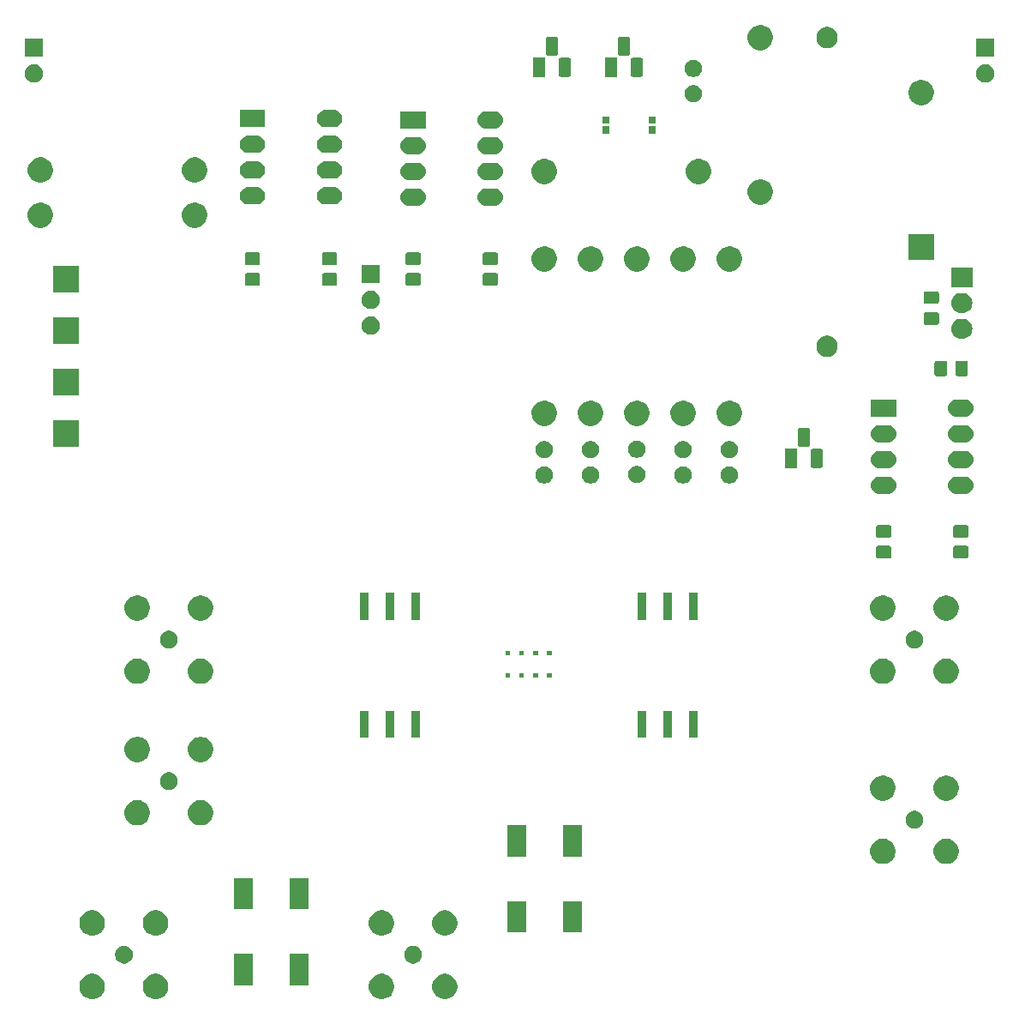
<source format=gbr>
G04 #@! TF.GenerationSoftware,KiCad,Pcbnew,(5.1.5)-3*
G04 #@! TF.CreationDate,2021-07-01T17:41:49-04:00*
G04 #@! TF.ProjectId,AM Mixer and LO Test Board,414d204d-6978-4657-9220-616e64204c4f,rev?*
G04 #@! TF.SameCoordinates,Original*
G04 #@! TF.FileFunction,Soldermask,Top*
G04 #@! TF.FilePolarity,Negative*
%FSLAX46Y46*%
G04 Gerber Fmt 4.6, Leading zero omitted, Abs format (unit mm)*
G04 Created by KiCad (PCBNEW (5.1.5)-3) date 2021-07-01 17:41:49*
%MOMM*%
%LPD*%
G04 APERTURE LIST*
%ADD10C,0.100000*%
G04 APERTURE END LIST*
D10*
G36*
X134304903Y-144802075D02*
G01*
X134532571Y-144896378D01*
X134737466Y-145033285D01*
X134911715Y-145207534D01*
X135048622Y-145412429D01*
X135142925Y-145640097D01*
X135191000Y-145881787D01*
X135191000Y-146128213D01*
X135142925Y-146369903D01*
X135048622Y-146597571D01*
X134911715Y-146802466D01*
X134737466Y-146976715D01*
X134532571Y-147113622D01*
X134532570Y-147113623D01*
X134532569Y-147113623D01*
X134304903Y-147207925D01*
X134063214Y-147256000D01*
X133816786Y-147256000D01*
X133575097Y-147207925D01*
X133347431Y-147113623D01*
X133347430Y-147113623D01*
X133347429Y-147113622D01*
X133142534Y-146976715D01*
X132968285Y-146802466D01*
X132831378Y-146597571D01*
X132737075Y-146369903D01*
X132689000Y-146128213D01*
X132689000Y-145881787D01*
X132737075Y-145640097D01*
X132831378Y-145412429D01*
X132968285Y-145207534D01*
X133142534Y-145033285D01*
X133347429Y-144896378D01*
X133575097Y-144802075D01*
X133816786Y-144754000D01*
X134063214Y-144754000D01*
X134304903Y-144802075D01*
G37*
G36*
X128044903Y-144802075D02*
G01*
X128272571Y-144896378D01*
X128477466Y-145033285D01*
X128651715Y-145207534D01*
X128788622Y-145412429D01*
X128882925Y-145640097D01*
X128931000Y-145881787D01*
X128931000Y-146128213D01*
X128882925Y-146369903D01*
X128788622Y-146597571D01*
X128651715Y-146802466D01*
X128477466Y-146976715D01*
X128272571Y-147113622D01*
X128272570Y-147113623D01*
X128272569Y-147113623D01*
X128044903Y-147207925D01*
X127803214Y-147256000D01*
X127556786Y-147256000D01*
X127315097Y-147207925D01*
X127087431Y-147113623D01*
X127087430Y-147113623D01*
X127087429Y-147113622D01*
X126882534Y-146976715D01*
X126708285Y-146802466D01*
X126571378Y-146597571D01*
X126477075Y-146369903D01*
X126429000Y-146128213D01*
X126429000Y-145881787D01*
X126477075Y-145640097D01*
X126571378Y-145412429D01*
X126708285Y-145207534D01*
X126882534Y-145033285D01*
X127087429Y-144896378D01*
X127315097Y-144802075D01*
X127556786Y-144754000D01*
X127803214Y-144754000D01*
X128044903Y-144802075D01*
G37*
G36*
X99469903Y-144802075D02*
G01*
X99697571Y-144896378D01*
X99902466Y-145033285D01*
X100076715Y-145207534D01*
X100213622Y-145412429D01*
X100307925Y-145640097D01*
X100356000Y-145881787D01*
X100356000Y-146128213D01*
X100307925Y-146369903D01*
X100213622Y-146597571D01*
X100076715Y-146802466D01*
X99902466Y-146976715D01*
X99697571Y-147113622D01*
X99697570Y-147113623D01*
X99697569Y-147113623D01*
X99469903Y-147207925D01*
X99228214Y-147256000D01*
X98981786Y-147256000D01*
X98740097Y-147207925D01*
X98512431Y-147113623D01*
X98512430Y-147113623D01*
X98512429Y-147113622D01*
X98307534Y-146976715D01*
X98133285Y-146802466D01*
X97996378Y-146597571D01*
X97902075Y-146369903D01*
X97854000Y-146128213D01*
X97854000Y-145881787D01*
X97902075Y-145640097D01*
X97996378Y-145412429D01*
X98133285Y-145207534D01*
X98307534Y-145033285D01*
X98512429Y-144896378D01*
X98740097Y-144802075D01*
X98981786Y-144754000D01*
X99228214Y-144754000D01*
X99469903Y-144802075D01*
G37*
G36*
X105729903Y-144802075D02*
G01*
X105957571Y-144896378D01*
X106162466Y-145033285D01*
X106336715Y-145207534D01*
X106473622Y-145412429D01*
X106567925Y-145640097D01*
X106616000Y-145881787D01*
X106616000Y-146128213D01*
X106567925Y-146369903D01*
X106473622Y-146597571D01*
X106336715Y-146802466D01*
X106162466Y-146976715D01*
X105957571Y-147113622D01*
X105957570Y-147113623D01*
X105957569Y-147113623D01*
X105729903Y-147207925D01*
X105488214Y-147256000D01*
X105241786Y-147256000D01*
X105000097Y-147207925D01*
X104772431Y-147113623D01*
X104772430Y-147113623D01*
X104772429Y-147113622D01*
X104567534Y-146976715D01*
X104393285Y-146802466D01*
X104256378Y-146597571D01*
X104162075Y-146369903D01*
X104114000Y-146128213D01*
X104114000Y-145881787D01*
X104162075Y-145640097D01*
X104256378Y-145412429D01*
X104393285Y-145207534D01*
X104567534Y-145033285D01*
X104772429Y-144896378D01*
X105000097Y-144802075D01*
X105241786Y-144754000D01*
X105488214Y-144754000D01*
X105729903Y-144802075D01*
G37*
G36*
X114966000Y-145886000D02*
G01*
X113114000Y-145886000D01*
X113114000Y-142784000D01*
X114966000Y-142784000D01*
X114966000Y-145886000D01*
G37*
G36*
X120466000Y-145886000D02*
G01*
X118614000Y-145886000D01*
X118614000Y-142784000D01*
X120466000Y-142784000D01*
X120466000Y-145886000D01*
G37*
G36*
X130980899Y-142015832D02*
G01*
X131065520Y-142032664D01*
X131224942Y-142098699D01*
X131368418Y-142194566D01*
X131490434Y-142316582D01*
X131586301Y-142460058D01*
X131652336Y-142619480D01*
X131686000Y-142788721D01*
X131686000Y-142961279D01*
X131652336Y-143130520D01*
X131586301Y-143289942D01*
X131490434Y-143433418D01*
X131368418Y-143555434D01*
X131224942Y-143651301D01*
X131065520Y-143717336D01*
X130896280Y-143751000D01*
X130723720Y-143751000D01*
X130554480Y-143717336D01*
X130395058Y-143651301D01*
X130251582Y-143555434D01*
X130129566Y-143433418D01*
X130033699Y-143289942D01*
X129967664Y-143130520D01*
X129934000Y-142961279D01*
X129934000Y-142788721D01*
X129967664Y-142619480D01*
X130033699Y-142460058D01*
X130129566Y-142316582D01*
X130251582Y-142194566D01*
X130395058Y-142098699D01*
X130554480Y-142032664D01*
X130639101Y-142015832D01*
X130723720Y-141999000D01*
X130896280Y-141999000D01*
X130980899Y-142015832D01*
G37*
G36*
X102405899Y-142015832D02*
G01*
X102490520Y-142032664D01*
X102649942Y-142098699D01*
X102793418Y-142194566D01*
X102915434Y-142316582D01*
X103011301Y-142460058D01*
X103077336Y-142619480D01*
X103111000Y-142788721D01*
X103111000Y-142961279D01*
X103077336Y-143130520D01*
X103011301Y-143289942D01*
X102915434Y-143433418D01*
X102793418Y-143555434D01*
X102649942Y-143651301D01*
X102490520Y-143717336D01*
X102321280Y-143751000D01*
X102148720Y-143751000D01*
X101979480Y-143717336D01*
X101820058Y-143651301D01*
X101676582Y-143555434D01*
X101554566Y-143433418D01*
X101458699Y-143289942D01*
X101392664Y-143130520D01*
X101359000Y-142961279D01*
X101359000Y-142788721D01*
X101392664Y-142619480D01*
X101458699Y-142460058D01*
X101554566Y-142316582D01*
X101676582Y-142194566D01*
X101820058Y-142098699D01*
X101979480Y-142032664D01*
X102064101Y-142015832D01*
X102148720Y-141999000D01*
X102321280Y-141999000D01*
X102405899Y-142015832D01*
G37*
G36*
X105729903Y-138542075D02*
G01*
X105957571Y-138636378D01*
X106162466Y-138773285D01*
X106336715Y-138947534D01*
X106473622Y-139152429D01*
X106567925Y-139380097D01*
X106616000Y-139621787D01*
X106616000Y-139868213D01*
X106567925Y-140109903D01*
X106473622Y-140337571D01*
X106336715Y-140542466D01*
X106162466Y-140716715D01*
X105957571Y-140853622D01*
X105957570Y-140853623D01*
X105957569Y-140853623D01*
X105729903Y-140947925D01*
X105488214Y-140996000D01*
X105241786Y-140996000D01*
X105000097Y-140947925D01*
X104772431Y-140853623D01*
X104772430Y-140853623D01*
X104772429Y-140853622D01*
X104567534Y-140716715D01*
X104393285Y-140542466D01*
X104256378Y-140337571D01*
X104162075Y-140109903D01*
X104114000Y-139868213D01*
X104114000Y-139621787D01*
X104162075Y-139380097D01*
X104256378Y-139152429D01*
X104393285Y-138947534D01*
X104567534Y-138773285D01*
X104772429Y-138636378D01*
X105000097Y-138542075D01*
X105241786Y-138494000D01*
X105488214Y-138494000D01*
X105729903Y-138542075D01*
G37*
G36*
X128044903Y-138542075D02*
G01*
X128272571Y-138636378D01*
X128477466Y-138773285D01*
X128651715Y-138947534D01*
X128788622Y-139152429D01*
X128882925Y-139380097D01*
X128931000Y-139621787D01*
X128931000Y-139868213D01*
X128882925Y-140109903D01*
X128788622Y-140337571D01*
X128651715Y-140542466D01*
X128477466Y-140716715D01*
X128272571Y-140853622D01*
X128272570Y-140853623D01*
X128272569Y-140853623D01*
X128044903Y-140947925D01*
X127803214Y-140996000D01*
X127556786Y-140996000D01*
X127315097Y-140947925D01*
X127087431Y-140853623D01*
X127087430Y-140853623D01*
X127087429Y-140853622D01*
X126882534Y-140716715D01*
X126708285Y-140542466D01*
X126571378Y-140337571D01*
X126477075Y-140109903D01*
X126429000Y-139868213D01*
X126429000Y-139621787D01*
X126477075Y-139380097D01*
X126571378Y-139152429D01*
X126708285Y-138947534D01*
X126882534Y-138773285D01*
X127087429Y-138636378D01*
X127315097Y-138542075D01*
X127556786Y-138494000D01*
X127803214Y-138494000D01*
X128044903Y-138542075D01*
G37*
G36*
X134304903Y-138542075D02*
G01*
X134532571Y-138636378D01*
X134737466Y-138773285D01*
X134911715Y-138947534D01*
X135048622Y-139152429D01*
X135142925Y-139380097D01*
X135191000Y-139621787D01*
X135191000Y-139868213D01*
X135142925Y-140109903D01*
X135048622Y-140337571D01*
X134911715Y-140542466D01*
X134737466Y-140716715D01*
X134532571Y-140853622D01*
X134532570Y-140853623D01*
X134532569Y-140853623D01*
X134304903Y-140947925D01*
X134063214Y-140996000D01*
X133816786Y-140996000D01*
X133575097Y-140947925D01*
X133347431Y-140853623D01*
X133347430Y-140853623D01*
X133347429Y-140853622D01*
X133142534Y-140716715D01*
X132968285Y-140542466D01*
X132831378Y-140337571D01*
X132737075Y-140109903D01*
X132689000Y-139868213D01*
X132689000Y-139621787D01*
X132737075Y-139380097D01*
X132831378Y-139152429D01*
X132968285Y-138947534D01*
X133142534Y-138773285D01*
X133347429Y-138636378D01*
X133575097Y-138542075D01*
X133816786Y-138494000D01*
X134063214Y-138494000D01*
X134304903Y-138542075D01*
G37*
G36*
X99469903Y-138542075D02*
G01*
X99697571Y-138636378D01*
X99902466Y-138773285D01*
X100076715Y-138947534D01*
X100213622Y-139152429D01*
X100307925Y-139380097D01*
X100356000Y-139621787D01*
X100356000Y-139868213D01*
X100307925Y-140109903D01*
X100213622Y-140337571D01*
X100076715Y-140542466D01*
X99902466Y-140716715D01*
X99697571Y-140853622D01*
X99697570Y-140853623D01*
X99697569Y-140853623D01*
X99469903Y-140947925D01*
X99228214Y-140996000D01*
X98981786Y-140996000D01*
X98740097Y-140947925D01*
X98512431Y-140853623D01*
X98512430Y-140853623D01*
X98512429Y-140853622D01*
X98307534Y-140716715D01*
X98133285Y-140542466D01*
X97996378Y-140337571D01*
X97902075Y-140109903D01*
X97854000Y-139868213D01*
X97854000Y-139621787D01*
X97902075Y-139380097D01*
X97996378Y-139152429D01*
X98133285Y-138947534D01*
X98307534Y-138773285D01*
X98512429Y-138636378D01*
X98740097Y-138542075D01*
X98981786Y-138494000D01*
X99228214Y-138494000D01*
X99469903Y-138542075D01*
G37*
G36*
X141990000Y-140687000D02*
G01*
X140138000Y-140687000D01*
X140138000Y-137585000D01*
X141990000Y-137585000D01*
X141990000Y-140687000D01*
G37*
G36*
X147490000Y-140687000D02*
G01*
X145638000Y-140687000D01*
X145638000Y-137585000D01*
X147490000Y-137585000D01*
X147490000Y-140687000D01*
G37*
G36*
X114966000Y-138386000D02*
G01*
X113114000Y-138386000D01*
X113114000Y-135284000D01*
X114966000Y-135284000D01*
X114966000Y-138386000D01*
G37*
G36*
X120466000Y-138386000D02*
G01*
X118614000Y-138386000D01*
X118614000Y-135284000D01*
X120466000Y-135284000D01*
X120466000Y-138386000D01*
G37*
G36*
X183834903Y-131467075D02*
G01*
X184062571Y-131561378D01*
X184267466Y-131698285D01*
X184441715Y-131872534D01*
X184441716Y-131872536D01*
X184578623Y-132077431D01*
X184672925Y-132305097D01*
X184721000Y-132546786D01*
X184721000Y-132793214D01*
X184672925Y-133034903D01*
X184609925Y-133187000D01*
X184578622Y-133262571D01*
X184441715Y-133467466D01*
X184267466Y-133641715D01*
X184062571Y-133778622D01*
X184062570Y-133778623D01*
X184062569Y-133778623D01*
X183834903Y-133872925D01*
X183593214Y-133921000D01*
X183346786Y-133921000D01*
X183105097Y-133872925D01*
X182877431Y-133778623D01*
X182877430Y-133778623D01*
X182877429Y-133778622D01*
X182672534Y-133641715D01*
X182498285Y-133467466D01*
X182361378Y-133262571D01*
X182330076Y-133187000D01*
X182267075Y-133034903D01*
X182219000Y-132793214D01*
X182219000Y-132546786D01*
X182267075Y-132305097D01*
X182361377Y-132077431D01*
X182498284Y-131872536D01*
X182498285Y-131872534D01*
X182672534Y-131698285D01*
X182877429Y-131561378D01*
X183105097Y-131467075D01*
X183346786Y-131419000D01*
X183593214Y-131419000D01*
X183834903Y-131467075D01*
G37*
G36*
X177574903Y-131467075D02*
G01*
X177802571Y-131561378D01*
X178007466Y-131698285D01*
X178181715Y-131872534D01*
X178181716Y-131872536D01*
X178318623Y-132077431D01*
X178412925Y-132305097D01*
X178461000Y-132546786D01*
X178461000Y-132793214D01*
X178412925Y-133034903D01*
X178349925Y-133187000D01*
X178318622Y-133262571D01*
X178181715Y-133467466D01*
X178007466Y-133641715D01*
X177802571Y-133778622D01*
X177802570Y-133778623D01*
X177802569Y-133778623D01*
X177574903Y-133872925D01*
X177333214Y-133921000D01*
X177086786Y-133921000D01*
X176845097Y-133872925D01*
X176617431Y-133778623D01*
X176617430Y-133778623D01*
X176617429Y-133778622D01*
X176412534Y-133641715D01*
X176238285Y-133467466D01*
X176101378Y-133262571D01*
X176070076Y-133187000D01*
X176007075Y-133034903D01*
X175959000Y-132793214D01*
X175959000Y-132546786D01*
X176007075Y-132305097D01*
X176101377Y-132077431D01*
X176238284Y-131872536D01*
X176238285Y-131872534D01*
X176412534Y-131698285D01*
X176617429Y-131561378D01*
X176845097Y-131467075D01*
X177086786Y-131419000D01*
X177333214Y-131419000D01*
X177574903Y-131467075D01*
G37*
G36*
X141990000Y-133187000D02*
G01*
X140138000Y-133187000D01*
X140138000Y-130085000D01*
X141990000Y-130085000D01*
X141990000Y-133187000D01*
G37*
G36*
X147490000Y-133187000D02*
G01*
X145638000Y-133187000D01*
X145638000Y-130085000D01*
X147490000Y-130085000D01*
X147490000Y-133187000D01*
G37*
G36*
X180595520Y-128697664D02*
G01*
X180754942Y-128763699D01*
X180898418Y-128859566D01*
X181020434Y-128981582D01*
X181116301Y-129125058D01*
X181182336Y-129284480D01*
X181216000Y-129453721D01*
X181216000Y-129626279D01*
X181182336Y-129795520D01*
X181116301Y-129954942D01*
X181020434Y-130098418D01*
X180898418Y-130220434D01*
X180754942Y-130316301D01*
X180595520Y-130382336D01*
X180510899Y-130399168D01*
X180426280Y-130416000D01*
X180253720Y-130416000D01*
X180169101Y-130399168D01*
X180084480Y-130382336D01*
X179925058Y-130316301D01*
X179781582Y-130220434D01*
X179659566Y-130098418D01*
X179563699Y-129954942D01*
X179497664Y-129795520D01*
X179464000Y-129626279D01*
X179464000Y-129453721D01*
X179497664Y-129284480D01*
X179563699Y-129125058D01*
X179659566Y-128981582D01*
X179781582Y-128859566D01*
X179925058Y-128763699D01*
X180084480Y-128697664D01*
X180253720Y-128664000D01*
X180426280Y-128664000D01*
X180595520Y-128697664D01*
G37*
G36*
X103914903Y-127657075D02*
G01*
X104142571Y-127751378D01*
X104347466Y-127888285D01*
X104521715Y-128062534D01*
X104658622Y-128267429D01*
X104752925Y-128495097D01*
X104801000Y-128736787D01*
X104801000Y-128983213D01*
X104752925Y-129224903D01*
X104658622Y-129452571D01*
X104521715Y-129657466D01*
X104347466Y-129831715D01*
X104142571Y-129968622D01*
X104142570Y-129968623D01*
X104142569Y-129968623D01*
X103914903Y-130062925D01*
X103673214Y-130111000D01*
X103426786Y-130111000D01*
X103185097Y-130062925D01*
X102957431Y-129968623D01*
X102957430Y-129968623D01*
X102957429Y-129968622D01*
X102752534Y-129831715D01*
X102578285Y-129657466D01*
X102441378Y-129452571D01*
X102347075Y-129224903D01*
X102299000Y-128983213D01*
X102299000Y-128736787D01*
X102347075Y-128495097D01*
X102441378Y-128267429D01*
X102578285Y-128062534D01*
X102752534Y-127888285D01*
X102957429Y-127751378D01*
X103185097Y-127657075D01*
X103426786Y-127609000D01*
X103673214Y-127609000D01*
X103914903Y-127657075D01*
G37*
G36*
X110174903Y-127657075D02*
G01*
X110402571Y-127751378D01*
X110607466Y-127888285D01*
X110781715Y-128062534D01*
X110918622Y-128267429D01*
X111012925Y-128495097D01*
X111061000Y-128736787D01*
X111061000Y-128983213D01*
X111012925Y-129224903D01*
X110918622Y-129452571D01*
X110781715Y-129657466D01*
X110607466Y-129831715D01*
X110402571Y-129968622D01*
X110402570Y-129968623D01*
X110402569Y-129968623D01*
X110174903Y-130062925D01*
X109933214Y-130111000D01*
X109686786Y-130111000D01*
X109445097Y-130062925D01*
X109217431Y-129968623D01*
X109217430Y-129968623D01*
X109217429Y-129968622D01*
X109012534Y-129831715D01*
X108838285Y-129657466D01*
X108701378Y-129452571D01*
X108607075Y-129224903D01*
X108559000Y-128983213D01*
X108559000Y-128736787D01*
X108607075Y-128495097D01*
X108701378Y-128267429D01*
X108838285Y-128062534D01*
X109012534Y-127888285D01*
X109217429Y-127751378D01*
X109445097Y-127657075D01*
X109686786Y-127609000D01*
X109933214Y-127609000D01*
X110174903Y-127657075D01*
G37*
G36*
X177574903Y-125207075D02*
G01*
X177802571Y-125301378D01*
X178007466Y-125438285D01*
X178181715Y-125612534D01*
X178318622Y-125817429D01*
X178412925Y-126045097D01*
X178461000Y-126286787D01*
X178461000Y-126533213D01*
X178412925Y-126774903D01*
X178318622Y-127002571D01*
X178181715Y-127207466D01*
X178007466Y-127381715D01*
X177802571Y-127518622D01*
X177802570Y-127518623D01*
X177802569Y-127518623D01*
X177574903Y-127612925D01*
X177333214Y-127661000D01*
X177086786Y-127661000D01*
X176845097Y-127612925D01*
X176617431Y-127518623D01*
X176617430Y-127518623D01*
X176617429Y-127518622D01*
X176412534Y-127381715D01*
X176238285Y-127207466D01*
X176101378Y-127002571D01*
X176007075Y-126774903D01*
X175959000Y-126533213D01*
X175959000Y-126286787D01*
X176007075Y-126045097D01*
X176101378Y-125817429D01*
X176238285Y-125612534D01*
X176412534Y-125438285D01*
X176617429Y-125301378D01*
X176845097Y-125207075D01*
X177086786Y-125159000D01*
X177333214Y-125159000D01*
X177574903Y-125207075D01*
G37*
G36*
X183834903Y-125207075D02*
G01*
X184062571Y-125301378D01*
X184267466Y-125438285D01*
X184441715Y-125612534D01*
X184578622Y-125817429D01*
X184672925Y-126045097D01*
X184721000Y-126286787D01*
X184721000Y-126533213D01*
X184672925Y-126774903D01*
X184578622Y-127002571D01*
X184441715Y-127207466D01*
X184267466Y-127381715D01*
X184062571Y-127518622D01*
X184062570Y-127518623D01*
X184062569Y-127518623D01*
X183834903Y-127612925D01*
X183593214Y-127661000D01*
X183346786Y-127661000D01*
X183105097Y-127612925D01*
X182877431Y-127518623D01*
X182877430Y-127518623D01*
X182877429Y-127518622D01*
X182672534Y-127381715D01*
X182498285Y-127207466D01*
X182361378Y-127002571D01*
X182267075Y-126774903D01*
X182219000Y-126533213D01*
X182219000Y-126286787D01*
X182267075Y-126045097D01*
X182361378Y-125817429D01*
X182498285Y-125612534D01*
X182672534Y-125438285D01*
X182877429Y-125301378D01*
X183105097Y-125207075D01*
X183346786Y-125159000D01*
X183593214Y-125159000D01*
X183834903Y-125207075D01*
G37*
G36*
X106935520Y-124887664D02*
G01*
X107094942Y-124953699D01*
X107238418Y-125049566D01*
X107360434Y-125171582D01*
X107456301Y-125315058D01*
X107522336Y-125474480D01*
X107556000Y-125643721D01*
X107556000Y-125816279D01*
X107522336Y-125985520D01*
X107456301Y-126144942D01*
X107360434Y-126288418D01*
X107238418Y-126410434D01*
X107094942Y-126506301D01*
X106935520Y-126572336D01*
X106850899Y-126589168D01*
X106766280Y-126606000D01*
X106593720Y-126606000D01*
X106509101Y-126589168D01*
X106424480Y-126572336D01*
X106265058Y-126506301D01*
X106121582Y-126410434D01*
X105999566Y-126288418D01*
X105903699Y-126144942D01*
X105837664Y-125985520D01*
X105804000Y-125816279D01*
X105804000Y-125643721D01*
X105837664Y-125474480D01*
X105903699Y-125315058D01*
X105999566Y-125171582D01*
X106121582Y-125049566D01*
X106265058Y-124953699D01*
X106424480Y-124887664D01*
X106593720Y-124854000D01*
X106766280Y-124854000D01*
X106935520Y-124887664D01*
G37*
G36*
X103914903Y-121397075D02*
G01*
X104105446Y-121476000D01*
X104142571Y-121491378D01*
X104347466Y-121628285D01*
X104521715Y-121802534D01*
X104658622Y-122007429D01*
X104752925Y-122235097D01*
X104801000Y-122476787D01*
X104801000Y-122723213D01*
X104752925Y-122964903D01*
X104658622Y-123192571D01*
X104521715Y-123397466D01*
X104347466Y-123571715D01*
X104142571Y-123708622D01*
X104142570Y-123708623D01*
X104142569Y-123708623D01*
X103914903Y-123802925D01*
X103673214Y-123851000D01*
X103426786Y-123851000D01*
X103185097Y-123802925D01*
X102957431Y-123708623D01*
X102957430Y-123708623D01*
X102957429Y-123708622D01*
X102752534Y-123571715D01*
X102578285Y-123397466D01*
X102441378Y-123192571D01*
X102347075Y-122964903D01*
X102299000Y-122723213D01*
X102299000Y-122476787D01*
X102347075Y-122235097D01*
X102441378Y-122007429D01*
X102578285Y-121802534D01*
X102752534Y-121628285D01*
X102957429Y-121491378D01*
X102994555Y-121476000D01*
X103185097Y-121397075D01*
X103426786Y-121349000D01*
X103673214Y-121349000D01*
X103914903Y-121397075D01*
G37*
G36*
X110174903Y-121397075D02*
G01*
X110365446Y-121476000D01*
X110402571Y-121491378D01*
X110607466Y-121628285D01*
X110781715Y-121802534D01*
X110918622Y-122007429D01*
X111012925Y-122235097D01*
X111061000Y-122476787D01*
X111061000Y-122723213D01*
X111012925Y-122964903D01*
X110918622Y-123192571D01*
X110781715Y-123397466D01*
X110607466Y-123571715D01*
X110402571Y-123708622D01*
X110402570Y-123708623D01*
X110402569Y-123708623D01*
X110174903Y-123802925D01*
X109933214Y-123851000D01*
X109686786Y-123851000D01*
X109445097Y-123802925D01*
X109217431Y-123708623D01*
X109217430Y-123708623D01*
X109217429Y-123708622D01*
X109012534Y-123571715D01*
X108838285Y-123397466D01*
X108701378Y-123192571D01*
X108607075Y-122964903D01*
X108559000Y-122723213D01*
X108559000Y-122476787D01*
X108607075Y-122235097D01*
X108701378Y-122007429D01*
X108838285Y-121802534D01*
X109012534Y-121628285D01*
X109217429Y-121491378D01*
X109254555Y-121476000D01*
X109445097Y-121397075D01*
X109686786Y-121349000D01*
X109933214Y-121349000D01*
X110174903Y-121397075D01*
G37*
G36*
X126410000Y-121476000D02*
G01*
X125558000Y-121476000D01*
X125558000Y-118774000D01*
X126410000Y-118774000D01*
X126410000Y-121476000D01*
G37*
G36*
X158922000Y-121476000D02*
G01*
X158070000Y-121476000D01*
X158070000Y-118774000D01*
X158922000Y-118774000D01*
X158922000Y-121476000D01*
G37*
G36*
X128950000Y-121476000D02*
G01*
X128098000Y-121476000D01*
X128098000Y-118774000D01*
X128950000Y-118774000D01*
X128950000Y-121476000D01*
G37*
G36*
X131490000Y-121476000D02*
G01*
X130638000Y-121476000D01*
X130638000Y-118774000D01*
X131490000Y-118774000D01*
X131490000Y-121476000D01*
G37*
G36*
X156382000Y-121471000D02*
G01*
X155530000Y-121471000D01*
X155530000Y-118769000D01*
X156382000Y-118769000D01*
X156382000Y-121471000D01*
G37*
G36*
X153842000Y-121471000D02*
G01*
X152990000Y-121471000D01*
X152990000Y-118769000D01*
X153842000Y-118769000D01*
X153842000Y-121471000D01*
G37*
G36*
X103914903Y-113687075D02*
G01*
X104142571Y-113781378D01*
X104347466Y-113918285D01*
X104521715Y-114092534D01*
X104658622Y-114297429D01*
X104752925Y-114525097D01*
X104801000Y-114766787D01*
X104801000Y-115013213D01*
X104752925Y-115254903D01*
X104658622Y-115482571D01*
X104521715Y-115687466D01*
X104347466Y-115861715D01*
X104142571Y-115998622D01*
X104142570Y-115998623D01*
X104142569Y-115998623D01*
X103914903Y-116092925D01*
X103673214Y-116141000D01*
X103426786Y-116141000D01*
X103185097Y-116092925D01*
X102957431Y-115998623D01*
X102957430Y-115998623D01*
X102957429Y-115998622D01*
X102752534Y-115861715D01*
X102578285Y-115687466D01*
X102441378Y-115482571D01*
X102347075Y-115254903D01*
X102299000Y-115013213D01*
X102299000Y-114766787D01*
X102347075Y-114525097D01*
X102441378Y-114297429D01*
X102578285Y-114092534D01*
X102752534Y-113918285D01*
X102957429Y-113781378D01*
X103185097Y-113687075D01*
X103426786Y-113639000D01*
X103673214Y-113639000D01*
X103914903Y-113687075D01*
G37*
G36*
X110174903Y-113687075D02*
G01*
X110402571Y-113781378D01*
X110607466Y-113918285D01*
X110781715Y-114092534D01*
X110918622Y-114297429D01*
X111012925Y-114525097D01*
X111061000Y-114766787D01*
X111061000Y-115013213D01*
X111012925Y-115254903D01*
X110918622Y-115482571D01*
X110781715Y-115687466D01*
X110607466Y-115861715D01*
X110402571Y-115998622D01*
X110402570Y-115998623D01*
X110402569Y-115998623D01*
X110174903Y-116092925D01*
X109933214Y-116141000D01*
X109686786Y-116141000D01*
X109445097Y-116092925D01*
X109217431Y-115998623D01*
X109217430Y-115998623D01*
X109217429Y-115998622D01*
X109012534Y-115861715D01*
X108838285Y-115687466D01*
X108701378Y-115482571D01*
X108607075Y-115254903D01*
X108559000Y-115013213D01*
X108559000Y-114766787D01*
X108607075Y-114525097D01*
X108701378Y-114297429D01*
X108838285Y-114092534D01*
X109012534Y-113918285D01*
X109217429Y-113781378D01*
X109445097Y-113687075D01*
X109686786Y-113639000D01*
X109933214Y-113639000D01*
X110174903Y-113687075D01*
G37*
G36*
X183834903Y-113687075D02*
G01*
X184062571Y-113781378D01*
X184267466Y-113918285D01*
X184441715Y-114092534D01*
X184578622Y-114297429D01*
X184672925Y-114525097D01*
X184721000Y-114766787D01*
X184721000Y-115013213D01*
X184672925Y-115254903D01*
X184578622Y-115482571D01*
X184441715Y-115687466D01*
X184267466Y-115861715D01*
X184062571Y-115998622D01*
X184062570Y-115998623D01*
X184062569Y-115998623D01*
X183834903Y-116092925D01*
X183593214Y-116141000D01*
X183346786Y-116141000D01*
X183105097Y-116092925D01*
X182877431Y-115998623D01*
X182877430Y-115998623D01*
X182877429Y-115998622D01*
X182672534Y-115861715D01*
X182498285Y-115687466D01*
X182361378Y-115482571D01*
X182267075Y-115254903D01*
X182219000Y-115013213D01*
X182219000Y-114766787D01*
X182267075Y-114525097D01*
X182361378Y-114297429D01*
X182498285Y-114092534D01*
X182672534Y-113918285D01*
X182877429Y-113781378D01*
X183105097Y-113687075D01*
X183346786Y-113639000D01*
X183593214Y-113639000D01*
X183834903Y-113687075D01*
G37*
G36*
X177574903Y-113687075D02*
G01*
X177802571Y-113781378D01*
X178007466Y-113918285D01*
X178181715Y-114092534D01*
X178318622Y-114297429D01*
X178412925Y-114525097D01*
X178461000Y-114766787D01*
X178461000Y-115013213D01*
X178412925Y-115254903D01*
X178318622Y-115482571D01*
X178181715Y-115687466D01*
X178007466Y-115861715D01*
X177802571Y-115998622D01*
X177802570Y-115998623D01*
X177802569Y-115998623D01*
X177574903Y-116092925D01*
X177333214Y-116141000D01*
X177086786Y-116141000D01*
X176845097Y-116092925D01*
X176617431Y-115998623D01*
X176617430Y-115998623D01*
X176617429Y-115998622D01*
X176412534Y-115861715D01*
X176238285Y-115687466D01*
X176101378Y-115482571D01*
X176007075Y-115254903D01*
X175959000Y-115013213D01*
X175959000Y-114766787D01*
X176007075Y-114525097D01*
X176101378Y-114297429D01*
X176238285Y-114092534D01*
X176412534Y-113918285D01*
X176617429Y-113781378D01*
X176845097Y-113687075D01*
X177086786Y-113639000D01*
X177333214Y-113639000D01*
X177574903Y-113687075D01*
G37*
G36*
X140364999Y-115542000D02*
G01*
X139912999Y-115542000D01*
X139912999Y-115090000D01*
X140364999Y-115090000D01*
X140364999Y-115542000D01*
G37*
G36*
X141714999Y-115542000D02*
G01*
X141262999Y-115542000D01*
X141262999Y-115090000D01*
X141714999Y-115090000D01*
X141714999Y-115542000D01*
G37*
G36*
X143148000Y-115542000D02*
G01*
X142696000Y-115542000D01*
X142696000Y-115090000D01*
X143148000Y-115090000D01*
X143148000Y-115542000D01*
G37*
G36*
X144498000Y-115542000D02*
G01*
X144046000Y-115542000D01*
X144046000Y-115090000D01*
X144498000Y-115090000D01*
X144498000Y-115542000D01*
G37*
G36*
X144498000Y-113349000D02*
G01*
X144046000Y-113349000D01*
X144046000Y-112897000D01*
X144498000Y-112897000D01*
X144498000Y-113349000D01*
G37*
G36*
X143148000Y-113349000D02*
G01*
X142696000Y-113349000D01*
X142696000Y-112897000D01*
X143148000Y-112897000D01*
X143148000Y-113349000D01*
G37*
G36*
X140364999Y-113349000D02*
G01*
X139912999Y-113349000D01*
X139912999Y-112897000D01*
X140364999Y-112897000D01*
X140364999Y-113349000D01*
G37*
G36*
X141714999Y-113349000D02*
G01*
X141262999Y-113349000D01*
X141262999Y-112897000D01*
X141714999Y-112897000D01*
X141714999Y-113349000D01*
G37*
G36*
X106935520Y-110917664D02*
G01*
X107094942Y-110983699D01*
X107238418Y-111079566D01*
X107360434Y-111201582D01*
X107456301Y-111345058D01*
X107522336Y-111504480D01*
X107556000Y-111673721D01*
X107556000Y-111846279D01*
X107522336Y-112015520D01*
X107456301Y-112174942D01*
X107360434Y-112318418D01*
X107238418Y-112440434D01*
X107094942Y-112536301D01*
X106935520Y-112602336D01*
X106850899Y-112619168D01*
X106766280Y-112636000D01*
X106593720Y-112636000D01*
X106509101Y-112619168D01*
X106424480Y-112602336D01*
X106265058Y-112536301D01*
X106121582Y-112440434D01*
X105999566Y-112318418D01*
X105903699Y-112174942D01*
X105837664Y-112015520D01*
X105804000Y-111846279D01*
X105804000Y-111673721D01*
X105837664Y-111504480D01*
X105903699Y-111345058D01*
X105999566Y-111201582D01*
X106121582Y-111079566D01*
X106265058Y-110983699D01*
X106424480Y-110917664D01*
X106593720Y-110884000D01*
X106766280Y-110884000D01*
X106935520Y-110917664D01*
G37*
G36*
X180595520Y-110917664D02*
G01*
X180754942Y-110983699D01*
X180898418Y-111079566D01*
X181020434Y-111201582D01*
X181116301Y-111345058D01*
X181182336Y-111504480D01*
X181216000Y-111673721D01*
X181216000Y-111846279D01*
X181182336Y-112015520D01*
X181116301Y-112174942D01*
X181020434Y-112318418D01*
X180898418Y-112440434D01*
X180754942Y-112536301D01*
X180595520Y-112602336D01*
X180510899Y-112619168D01*
X180426280Y-112636000D01*
X180253720Y-112636000D01*
X180169101Y-112619168D01*
X180084480Y-112602336D01*
X179925058Y-112536301D01*
X179781582Y-112440434D01*
X179659566Y-112318418D01*
X179563699Y-112174942D01*
X179497664Y-112015520D01*
X179464000Y-111846279D01*
X179464000Y-111673721D01*
X179497664Y-111504480D01*
X179563699Y-111345058D01*
X179659566Y-111201582D01*
X179781582Y-111079566D01*
X179925058Y-110983699D01*
X180084480Y-110917664D01*
X180253720Y-110884000D01*
X180426280Y-110884000D01*
X180595520Y-110917664D01*
G37*
G36*
X110174903Y-107427075D02*
G01*
X110402571Y-107521378D01*
X110607466Y-107658285D01*
X110781715Y-107832534D01*
X110918622Y-108037429D01*
X111012925Y-108265097D01*
X111061000Y-108506787D01*
X111061000Y-108753213D01*
X111012925Y-108994903D01*
X110918622Y-109222571D01*
X110781715Y-109427466D01*
X110607466Y-109601715D01*
X110402571Y-109738622D01*
X110402570Y-109738623D01*
X110402569Y-109738623D01*
X110174903Y-109832925D01*
X109933214Y-109881000D01*
X109686786Y-109881000D01*
X109445097Y-109832925D01*
X109217431Y-109738623D01*
X109217430Y-109738623D01*
X109217429Y-109738622D01*
X109012534Y-109601715D01*
X108838285Y-109427466D01*
X108701378Y-109222571D01*
X108607075Y-108994903D01*
X108559000Y-108753213D01*
X108559000Y-108506787D01*
X108607075Y-108265097D01*
X108701378Y-108037429D01*
X108838285Y-107832534D01*
X109012534Y-107658285D01*
X109217429Y-107521378D01*
X109445097Y-107427075D01*
X109686786Y-107379000D01*
X109933214Y-107379000D01*
X110174903Y-107427075D01*
G37*
G36*
X177574903Y-107427075D02*
G01*
X177802571Y-107521378D01*
X178007466Y-107658285D01*
X178181715Y-107832534D01*
X178318622Y-108037429D01*
X178412925Y-108265097D01*
X178461000Y-108506787D01*
X178461000Y-108753213D01*
X178412925Y-108994903D01*
X178318622Y-109222571D01*
X178181715Y-109427466D01*
X178007466Y-109601715D01*
X177802571Y-109738622D01*
X177802570Y-109738623D01*
X177802569Y-109738623D01*
X177574903Y-109832925D01*
X177333214Y-109881000D01*
X177086786Y-109881000D01*
X176845097Y-109832925D01*
X176617431Y-109738623D01*
X176617430Y-109738623D01*
X176617429Y-109738622D01*
X176412534Y-109601715D01*
X176238285Y-109427466D01*
X176101378Y-109222571D01*
X176007075Y-108994903D01*
X175959000Y-108753213D01*
X175959000Y-108506787D01*
X176007075Y-108265097D01*
X176101378Y-108037429D01*
X176238285Y-107832534D01*
X176412534Y-107658285D01*
X176617429Y-107521378D01*
X176845097Y-107427075D01*
X177086786Y-107379000D01*
X177333214Y-107379000D01*
X177574903Y-107427075D01*
G37*
G36*
X183834903Y-107427075D02*
G01*
X184062571Y-107521378D01*
X184267466Y-107658285D01*
X184441715Y-107832534D01*
X184578622Y-108037429D01*
X184672925Y-108265097D01*
X184721000Y-108506787D01*
X184721000Y-108753213D01*
X184672925Y-108994903D01*
X184578622Y-109222571D01*
X184441715Y-109427466D01*
X184267466Y-109601715D01*
X184062571Y-109738622D01*
X184062570Y-109738623D01*
X184062569Y-109738623D01*
X183834903Y-109832925D01*
X183593214Y-109881000D01*
X183346786Y-109881000D01*
X183105097Y-109832925D01*
X182877431Y-109738623D01*
X182877430Y-109738623D01*
X182877429Y-109738622D01*
X182672534Y-109601715D01*
X182498285Y-109427466D01*
X182361378Y-109222571D01*
X182267075Y-108994903D01*
X182219000Y-108753213D01*
X182219000Y-108506787D01*
X182267075Y-108265097D01*
X182361378Y-108037429D01*
X182498285Y-107832534D01*
X182672534Y-107658285D01*
X182877429Y-107521378D01*
X183105097Y-107427075D01*
X183346786Y-107379000D01*
X183593214Y-107379000D01*
X183834903Y-107427075D01*
G37*
G36*
X103914903Y-107427075D02*
G01*
X104142571Y-107521378D01*
X104347466Y-107658285D01*
X104521715Y-107832534D01*
X104658622Y-108037429D01*
X104752925Y-108265097D01*
X104801000Y-108506787D01*
X104801000Y-108753213D01*
X104752925Y-108994903D01*
X104658622Y-109222571D01*
X104521715Y-109427466D01*
X104347466Y-109601715D01*
X104142571Y-109738622D01*
X104142570Y-109738623D01*
X104142569Y-109738623D01*
X103914903Y-109832925D01*
X103673214Y-109881000D01*
X103426786Y-109881000D01*
X103185097Y-109832925D01*
X102957431Y-109738623D01*
X102957430Y-109738623D01*
X102957429Y-109738622D01*
X102752534Y-109601715D01*
X102578285Y-109427466D01*
X102441378Y-109222571D01*
X102347075Y-108994903D01*
X102299000Y-108753213D01*
X102299000Y-108506787D01*
X102347075Y-108265097D01*
X102441378Y-108037429D01*
X102578285Y-107832534D01*
X102752534Y-107658285D01*
X102957429Y-107521378D01*
X103185097Y-107427075D01*
X103426786Y-107379000D01*
X103673214Y-107379000D01*
X103914903Y-107427075D01*
G37*
G36*
X131490000Y-109831000D02*
G01*
X130638000Y-109831000D01*
X130638000Y-107129000D01*
X131490000Y-107129000D01*
X131490000Y-109831000D01*
G37*
G36*
X128950000Y-109831000D02*
G01*
X128098000Y-109831000D01*
X128098000Y-107129000D01*
X128950000Y-107129000D01*
X128950000Y-109831000D01*
G37*
G36*
X153842000Y-109826000D02*
G01*
X152990000Y-109826000D01*
X152990000Y-107124000D01*
X153842000Y-107124000D01*
X153842000Y-109826000D01*
G37*
G36*
X158922000Y-109826000D02*
G01*
X158070000Y-109826000D01*
X158070000Y-107124000D01*
X158922000Y-107124000D01*
X158922000Y-109826000D01*
G37*
G36*
X156382000Y-109826000D02*
G01*
X155530000Y-109826000D01*
X155530000Y-107124000D01*
X156382000Y-107124000D01*
X156382000Y-109826000D01*
G37*
G36*
X126410000Y-109826000D02*
G01*
X125558000Y-109826000D01*
X125558000Y-107124000D01*
X126410000Y-107124000D01*
X126410000Y-109826000D01*
G37*
G36*
X177880674Y-102511465D02*
G01*
X177918367Y-102522899D01*
X177953103Y-102541466D01*
X177983548Y-102566452D01*
X178008534Y-102596897D01*
X178027101Y-102631633D01*
X178038535Y-102669326D01*
X178043000Y-102714661D01*
X178043000Y-103551339D01*
X178038535Y-103596674D01*
X178027101Y-103634367D01*
X178008534Y-103669103D01*
X177983548Y-103699548D01*
X177953103Y-103724534D01*
X177918367Y-103743101D01*
X177880674Y-103754535D01*
X177835339Y-103759000D01*
X176748661Y-103759000D01*
X176703326Y-103754535D01*
X176665633Y-103743101D01*
X176630897Y-103724534D01*
X176600452Y-103699548D01*
X176575466Y-103669103D01*
X176556899Y-103634367D01*
X176545465Y-103596674D01*
X176541000Y-103551339D01*
X176541000Y-102714661D01*
X176545465Y-102669326D01*
X176556899Y-102631633D01*
X176575466Y-102596897D01*
X176600452Y-102566452D01*
X176630897Y-102541466D01*
X176665633Y-102522899D01*
X176703326Y-102511465D01*
X176748661Y-102507000D01*
X177835339Y-102507000D01*
X177880674Y-102511465D01*
G37*
G36*
X185500674Y-102502465D02*
G01*
X185538367Y-102513899D01*
X185573103Y-102532466D01*
X185603548Y-102557452D01*
X185628534Y-102587897D01*
X185647101Y-102622633D01*
X185658535Y-102660326D01*
X185663000Y-102705661D01*
X185663000Y-103542339D01*
X185658535Y-103587674D01*
X185647101Y-103625367D01*
X185628534Y-103660103D01*
X185603548Y-103690548D01*
X185573103Y-103715534D01*
X185538367Y-103734101D01*
X185500674Y-103745535D01*
X185455339Y-103750000D01*
X184368661Y-103750000D01*
X184323326Y-103745535D01*
X184285633Y-103734101D01*
X184250897Y-103715534D01*
X184220452Y-103690548D01*
X184195466Y-103660103D01*
X184176899Y-103625367D01*
X184165465Y-103587674D01*
X184161000Y-103542339D01*
X184161000Y-102705661D01*
X184165465Y-102660326D01*
X184176899Y-102622633D01*
X184195466Y-102587897D01*
X184220452Y-102557452D01*
X184250897Y-102532466D01*
X184285633Y-102513899D01*
X184323326Y-102502465D01*
X184368661Y-102498000D01*
X185455339Y-102498000D01*
X185500674Y-102502465D01*
G37*
G36*
X177880674Y-100461465D02*
G01*
X177918367Y-100472899D01*
X177953103Y-100491466D01*
X177983548Y-100516452D01*
X178008534Y-100546897D01*
X178027101Y-100581633D01*
X178038535Y-100619326D01*
X178043000Y-100664661D01*
X178043000Y-101501339D01*
X178038535Y-101546674D01*
X178027101Y-101584367D01*
X178008534Y-101619103D01*
X177983548Y-101649548D01*
X177953103Y-101674534D01*
X177918367Y-101693101D01*
X177880674Y-101704535D01*
X177835339Y-101709000D01*
X176748661Y-101709000D01*
X176703326Y-101704535D01*
X176665633Y-101693101D01*
X176630897Y-101674534D01*
X176600452Y-101649548D01*
X176575466Y-101619103D01*
X176556899Y-101584367D01*
X176545465Y-101546674D01*
X176541000Y-101501339D01*
X176541000Y-100664661D01*
X176545465Y-100619326D01*
X176556899Y-100581633D01*
X176575466Y-100546897D01*
X176600452Y-100516452D01*
X176630897Y-100491466D01*
X176665633Y-100472899D01*
X176703326Y-100461465D01*
X176748661Y-100457000D01*
X177835339Y-100457000D01*
X177880674Y-100461465D01*
G37*
G36*
X185500674Y-100452465D02*
G01*
X185538367Y-100463899D01*
X185573103Y-100482466D01*
X185603548Y-100507452D01*
X185628534Y-100537897D01*
X185647101Y-100572633D01*
X185658535Y-100610326D01*
X185663000Y-100655661D01*
X185663000Y-101492339D01*
X185658535Y-101537674D01*
X185647101Y-101575367D01*
X185628534Y-101610103D01*
X185603548Y-101640548D01*
X185573103Y-101665534D01*
X185538367Y-101684101D01*
X185500674Y-101695535D01*
X185455339Y-101700000D01*
X184368661Y-101700000D01*
X184323326Y-101695535D01*
X184285633Y-101684101D01*
X184250897Y-101665534D01*
X184220452Y-101640548D01*
X184195466Y-101610103D01*
X184176899Y-101575367D01*
X184165465Y-101537674D01*
X184161000Y-101492339D01*
X184161000Y-100655661D01*
X184165465Y-100610326D01*
X184176899Y-100572633D01*
X184195466Y-100537897D01*
X184220452Y-100507452D01*
X184250897Y-100482466D01*
X184285633Y-100463899D01*
X184323326Y-100452465D01*
X184368661Y-100448000D01*
X185455339Y-100448000D01*
X185500674Y-100452465D01*
G37*
G36*
X185478823Y-95681313D02*
G01*
X185639242Y-95729976D01*
X185680874Y-95752229D01*
X185787078Y-95808996D01*
X185916659Y-95915341D01*
X186023004Y-96044922D01*
X186023005Y-96044924D01*
X186102024Y-96192758D01*
X186150687Y-96353177D01*
X186167117Y-96520000D01*
X186150687Y-96686823D01*
X186102024Y-96847242D01*
X186031114Y-96979906D01*
X186023004Y-96995078D01*
X185916659Y-97124659D01*
X185787078Y-97231004D01*
X185787076Y-97231005D01*
X185639242Y-97310024D01*
X185478823Y-97358687D01*
X185353804Y-97371000D01*
X184470196Y-97371000D01*
X184345177Y-97358687D01*
X184184758Y-97310024D01*
X184036924Y-97231005D01*
X184036922Y-97231004D01*
X183907341Y-97124659D01*
X183800996Y-96995078D01*
X183792886Y-96979906D01*
X183721976Y-96847242D01*
X183673313Y-96686823D01*
X183656883Y-96520000D01*
X183673313Y-96353177D01*
X183721976Y-96192758D01*
X183800995Y-96044924D01*
X183800996Y-96044922D01*
X183907341Y-95915341D01*
X184036922Y-95808996D01*
X184143126Y-95752229D01*
X184184758Y-95729976D01*
X184345177Y-95681313D01*
X184470196Y-95669000D01*
X185353804Y-95669000D01*
X185478823Y-95681313D01*
G37*
G36*
X177858823Y-95681313D02*
G01*
X178019242Y-95729976D01*
X178060874Y-95752229D01*
X178167078Y-95808996D01*
X178296659Y-95915341D01*
X178403004Y-96044922D01*
X178403005Y-96044924D01*
X178482024Y-96192758D01*
X178530687Y-96353177D01*
X178547117Y-96520000D01*
X178530687Y-96686823D01*
X178482024Y-96847242D01*
X178411114Y-96979906D01*
X178403004Y-96995078D01*
X178296659Y-97124659D01*
X178167078Y-97231004D01*
X178167076Y-97231005D01*
X178019242Y-97310024D01*
X177858823Y-97358687D01*
X177733804Y-97371000D01*
X176850196Y-97371000D01*
X176725177Y-97358687D01*
X176564758Y-97310024D01*
X176416924Y-97231005D01*
X176416922Y-97231004D01*
X176287341Y-97124659D01*
X176180996Y-96995078D01*
X176172886Y-96979906D01*
X176101976Y-96847242D01*
X176053313Y-96686823D01*
X176036883Y-96520000D01*
X176053313Y-96353177D01*
X176101976Y-96192758D01*
X176180995Y-96044924D01*
X176180996Y-96044922D01*
X176287341Y-95915341D01*
X176416922Y-95808996D01*
X176523126Y-95752229D01*
X176564758Y-95729976D01*
X176725177Y-95681313D01*
X176850196Y-95669000D01*
X177733804Y-95669000D01*
X177858823Y-95681313D01*
G37*
G36*
X148584228Y-94685703D02*
G01*
X148739100Y-94749853D01*
X148878481Y-94842985D01*
X148997015Y-94961519D01*
X149090147Y-95100900D01*
X149154297Y-95255772D01*
X149187000Y-95420184D01*
X149187000Y-95587816D01*
X149154297Y-95752228D01*
X149090147Y-95907100D01*
X148997015Y-96046481D01*
X148878481Y-96165015D01*
X148739100Y-96258147D01*
X148584228Y-96322297D01*
X148419816Y-96355000D01*
X148252184Y-96355000D01*
X148087772Y-96322297D01*
X147932900Y-96258147D01*
X147793519Y-96165015D01*
X147674985Y-96046481D01*
X147581853Y-95907100D01*
X147517703Y-95752228D01*
X147485000Y-95587816D01*
X147485000Y-95420184D01*
X147517703Y-95255772D01*
X147581853Y-95100900D01*
X147674985Y-94961519D01*
X147793519Y-94842985D01*
X147932900Y-94749853D01*
X148087772Y-94685703D01*
X148252184Y-94653000D01*
X148419816Y-94653000D01*
X148584228Y-94685703D01*
G37*
G36*
X144012228Y-94685703D02*
G01*
X144167100Y-94749853D01*
X144306481Y-94842985D01*
X144425015Y-94961519D01*
X144518147Y-95100900D01*
X144582297Y-95255772D01*
X144615000Y-95420184D01*
X144615000Y-95587816D01*
X144582297Y-95752228D01*
X144518147Y-95907100D01*
X144425015Y-96046481D01*
X144306481Y-96165015D01*
X144167100Y-96258147D01*
X144012228Y-96322297D01*
X143847816Y-96355000D01*
X143680184Y-96355000D01*
X143515772Y-96322297D01*
X143360900Y-96258147D01*
X143221519Y-96165015D01*
X143102985Y-96046481D01*
X143009853Y-95907100D01*
X142945703Y-95752228D01*
X142913000Y-95587816D01*
X142913000Y-95420184D01*
X142945703Y-95255772D01*
X143009853Y-95100900D01*
X143102985Y-94961519D01*
X143221519Y-94842985D01*
X143360900Y-94749853D01*
X143515772Y-94685703D01*
X143680184Y-94653000D01*
X143847816Y-94653000D01*
X144012228Y-94685703D01*
G37*
G36*
X157728228Y-94685703D02*
G01*
X157883100Y-94749853D01*
X158022481Y-94842985D01*
X158141015Y-94961519D01*
X158234147Y-95100900D01*
X158298297Y-95255772D01*
X158331000Y-95420184D01*
X158331000Y-95587816D01*
X158298297Y-95752228D01*
X158234147Y-95907100D01*
X158141015Y-96046481D01*
X158022481Y-96165015D01*
X157883100Y-96258147D01*
X157728228Y-96322297D01*
X157563816Y-96355000D01*
X157396184Y-96355000D01*
X157231772Y-96322297D01*
X157076900Y-96258147D01*
X156937519Y-96165015D01*
X156818985Y-96046481D01*
X156725853Y-95907100D01*
X156661703Y-95752228D01*
X156629000Y-95587816D01*
X156629000Y-95420184D01*
X156661703Y-95255772D01*
X156725853Y-95100900D01*
X156818985Y-94961519D01*
X156937519Y-94842985D01*
X157076900Y-94749853D01*
X157231772Y-94685703D01*
X157396184Y-94653000D01*
X157563816Y-94653000D01*
X157728228Y-94685703D01*
G37*
G36*
X162300228Y-94685703D02*
G01*
X162455100Y-94749853D01*
X162594481Y-94842985D01*
X162713015Y-94961519D01*
X162806147Y-95100900D01*
X162870297Y-95255772D01*
X162903000Y-95420184D01*
X162903000Y-95587816D01*
X162870297Y-95752228D01*
X162806147Y-95907100D01*
X162713015Y-96046481D01*
X162594481Y-96165015D01*
X162455100Y-96258147D01*
X162300228Y-96322297D01*
X162135816Y-96355000D01*
X161968184Y-96355000D01*
X161803772Y-96322297D01*
X161648900Y-96258147D01*
X161509519Y-96165015D01*
X161390985Y-96046481D01*
X161297853Y-95907100D01*
X161233703Y-95752228D01*
X161201000Y-95587816D01*
X161201000Y-95420184D01*
X161233703Y-95255772D01*
X161297853Y-95100900D01*
X161390985Y-94961519D01*
X161509519Y-94842985D01*
X161648900Y-94749853D01*
X161803772Y-94685703D01*
X161968184Y-94653000D01*
X162135816Y-94653000D01*
X162300228Y-94685703D01*
G37*
G36*
X153156228Y-94645703D02*
G01*
X153311100Y-94709853D01*
X153450481Y-94802985D01*
X153569015Y-94921519D01*
X153662147Y-95060900D01*
X153726297Y-95215772D01*
X153759000Y-95380184D01*
X153759000Y-95547816D01*
X153726297Y-95712228D01*
X153662147Y-95867100D01*
X153569015Y-96006481D01*
X153450481Y-96125015D01*
X153311100Y-96218147D01*
X153156228Y-96282297D01*
X152991816Y-96315000D01*
X152824184Y-96315000D01*
X152659772Y-96282297D01*
X152504900Y-96218147D01*
X152365519Y-96125015D01*
X152246985Y-96006481D01*
X152153853Y-95867100D01*
X152089703Y-95712228D01*
X152057000Y-95547816D01*
X152057000Y-95380184D01*
X152089703Y-95215772D01*
X152153853Y-95060900D01*
X152246985Y-94921519D01*
X152365519Y-94802985D01*
X152504900Y-94709853D01*
X152659772Y-94645703D01*
X152824184Y-94613000D01*
X152991816Y-94613000D01*
X153156228Y-94645703D01*
G37*
G36*
X177858823Y-93141313D02*
G01*
X178019242Y-93189976D01*
X178060874Y-93212229D01*
X178167078Y-93268996D01*
X178296659Y-93375341D01*
X178403004Y-93504922D01*
X178403005Y-93504924D01*
X178482024Y-93652758D01*
X178530687Y-93813177D01*
X178547117Y-93979999D01*
X178530687Y-94146823D01*
X178482024Y-94307242D01*
X178411114Y-94439906D01*
X178403004Y-94455078D01*
X178296659Y-94584659D01*
X178167078Y-94691004D01*
X178167076Y-94691005D01*
X178019242Y-94770024D01*
X177858823Y-94818687D01*
X177733804Y-94831000D01*
X176850196Y-94831000D01*
X176725177Y-94818687D01*
X176564758Y-94770024D01*
X176416924Y-94691005D01*
X176416922Y-94691004D01*
X176287341Y-94584659D01*
X176180996Y-94455078D01*
X176172886Y-94439906D01*
X176101976Y-94307242D01*
X176053313Y-94146823D01*
X176036883Y-93979999D01*
X176053313Y-93813177D01*
X176101976Y-93652758D01*
X176180995Y-93504924D01*
X176180996Y-93504922D01*
X176287341Y-93375341D01*
X176416922Y-93268996D01*
X176523126Y-93212229D01*
X176564758Y-93189976D01*
X176725177Y-93141313D01*
X176850196Y-93129000D01*
X177733804Y-93129000D01*
X177858823Y-93141313D01*
G37*
G36*
X185478823Y-93141313D02*
G01*
X185639242Y-93189976D01*
X185680874Y-93212229D01*
X185787078Y-93268996D01*
X185916659Y-93375341D01*
X186023004Y-93504922D01*
X186023005Y-93504924D01*
X186102024Y-93652758D01*
X186150687Y-93813177D01*
X186167117Y-93979999D01*
X186150687Y-94146823D01*
X186102024Y-94307242D01*
X186031114Y-94439906D01*
X186023004Y-94455078D01*
X185916659Y-94584659D01*
X185787078Y-94691004D01*
X185787076Y-94691005D01*
X185639242Y-94770024D01*
X185478823Y-94818687D01*
X185353804Y-94831000D01*
X184470196Y-94831000D01*
X184345177Y-94818687D01*
X184184758Y-94770024D01*
X184036924Y-94691005D01*
X184036922Y-94691004D01*
X183907341Y-94584659D01*
X183800996Y-94455078D01*
X183792886Y-94439906D01*
X183721976Y-94307242D01*
X183673313Y-94146823D01*
X183656883Y-93979999D01*
X183673313Y-93813177D01*
X183721976Y-93652758D01*
X183800995Y-93504924D01*
X183800996Y-93504922D01*
X183907341Y-93375341D01*
X184036922Y-93268996D01*
X184143126Y-93212229D01*
X184184758Y-93189976D01*
X184345177Y-93141313D01*
X184470196Y-93129000D01*
X185353804Y-93129000D01*
X185478823Y-93141313D01*
G37*
G36*
X171097315Y-92926166D02*
G01*
X171141843Y-92939674D01*
X171182892Y-92961615D01*
X171218864Y-92991136D01*
X171248385Y-93027108D01*
X171270326Y-93068157D01*
X171283834Y-93112685D01*
X171289000Y-93165140D01*
X171289000Y-94578860D01*
X171283834Y-94631315D01*
X171270326Y-94675843D01*
X171248385Y-94716892D01*
X171218864Y-94752864D01*
X171182892Y-94782385D01*
X171141843Y-94804326D01*
X171097315Y-94817834D01*
X171044860Y-94823000D01*
X170331140Y-94823000D01*
X170278685Y-94817834D01*
X170234157Y-94804326D01*
X170193108Y-94782385D01*
X170157136Y-94752864D01*
X170127615Y-94716892D01*
X170105674Y-94675843D01*
X170092166Y-94631315D01*
X170087000Y-94578860D01*
X170087000Y-93165140D01*
X170092166Y-93112685D01*
X170105674Y-93068157D01*
X170127615Y-93027108D01*
X170157136Y-92991136D01*
X170193108Y-92961615D01*
X170234157Y-92939674D01*
X170278685Y-92926166D01*
X170331140Y-92921000D01*
X171044860Y-92921000D01*
X171097315Y-92926166D01*
G37*
G36*
X168749000Y-94823000D02*
G01*
X167547000Y-94823000D01*
X167547000Y-92921000D01*
X168749000Y-92921000D01*
X168749000Y-94823000D01*
G37*
G36*
X162300228Y-92185703D02*
G01*
X162455100Y-92249853D01*
X162594481Y-92342985D01*
X162713015Y-92461519D01*
X162806147Y-92600900D01*
X162870297Y-92755772D01*
X162903000Y-92920184D01*
X162903000Y-93087816D01*
X162870297Y-93252228D01*
X162806147Y-93407100D01*
X162713015Y-93546481D01*
X162594481Y-93665015D01*
X162455100Y-93758147D01*
X162300228Y-93822297D01*
X162135816Y-93855000D01*
X161968184Y-93855000D01*
X161803772Y-93822297D01*
X161648900Y-93758147D01*
X161509519Y-93665015D01*
X161390985Y-93546481D01*
X161297853Y-93407100D01*
X161233703Y-93252228D01*
X161201000Y-93087816D01*
X161201000Y-92920184D01*
X161233703Y-92755772D01*
X161297853Y-92600900D01*
X161390985Y-92461519D01*
X161509519Y-92342985D01*
X161648900Y-92249853D01*
X161803772Y-92185703D01*
X161968184Y-92153000D01*
X162135816Y-92153000D01*
X162300228Y-92185703D01*
G37*
G36*
X144012228Y-92185703D02*
G01*
X144167100Y-92249853D01*
X144306481Y-92342985D01*
X144425015Y-92461519D01*
X144518147Y-92600900D01*
X144582297Y-92755772D01*
X144615000Y-92920184D01*
X144615000Y-93087816D01*
X144582297Y-93252228D01*
X144518147Y-93407100D01*
X144425015Y-93546481D01*
X144306481Y-93665015D01*
X144167100Y-93758147D01*
X144012228Y-93822297D01*
X143847816Y-93855000D01*
X143680184Y-93855000D01*
X143515772Y-93822297D01*
X143360900Y-93758147D01*
X143221519Y-93665015D01*
X143102985Y-93546481D01*
X143009853Y-93407100D01*
X142945703Y-93252228D01*
X142913000Y-93087816D01*
X142913000Y-92920184D01*
X142945703Y-92755772D01*
X143009853Y-92600900D01*
X143102985Y-92461519D01*
X143221519Y-92342985D01*
X143360900Y-92249853D01*
X143515772Y-92185703D01*
X143680184Y-92153000D01*
X143847816Y-92153000D01*
X144012228Y-92185703D01*
G37*
G36*
X148584228Y-92185703D02*
G01*
X148739100Y-92249853D01*
X148878481Y-92342985D01*
X148997015Y-92461519D01*
X149090147Y-92600900D01*
X149154297Y-92755772D01*
X149187000Y-92920184D01*
X149187000Y-93087816D01*
X149154297Y-93252228D01*
X149090147Y-93407100D01*
X148997015Y-93546481D01*
X148878481Y-93665015D01*
X148739100Y-93758147D01*
X148584228Y-93822297D01*
X148419816Y-93855000D01*
X148252184Y-93855000D01*
X148087772Y-93822297D01*
X147932900Y-93758147D01*
X147793519Y-93665015D01*
X147674985Y-93546481D01*
X147581853Y-93407100D01*
X147517703Y-93252228D01*
X147485000Y-93087816D01*
X147485000Y-92920184D01*
X147517703Y-92755772D01*
X147581853Y-92600900D01*
X147674985Y-92461519D01*
X147793519Y-92342985D01*
X147932900Y-92249853D01*
X148087772Y-92185703D01*
X148252184Y-92153000D01*
X148419816Y-92153000D01*
X148584228Y-92185703D01*
G37*
G36*
X157728228Y-92185703D02*
G01*
X157883100Y-92249853D01*
X158022481Y-92342985D01*
X158141015Y-92461519D01*
X158234147Y-92600900D01*
X158298297Y-92755772D01*
X158331000Y-92920184D01*
X158331000Y-93087816D01*
X158298297Y-93252228D01*
X158234147Y-93407100D01*
X158141015Y-93546481D01*
X158022481Y-93665015D01*
X157883100Y-93758147D01*
X157728228Y-93822297D01*
X157563816Y-93855000D01*
X157396184Y-93855000D01*
X157231772Y-93822297D01*
X157076900Y-93758147D01*
X156937519Y-93665015D01*
X156818985Y-93546481D01*
X156725853Y-93407100D01*
X156661703Y-93252228D01*
X156629000Y-93087816D01*
X156629000Y-92920184D01*
X156661703Y-92755772D01*
X156725853Y-92600900D01*
X156818985Y-92461519D01*
X156937519Y-92342985D01*
X157076900Y-92249853D01*
X157231772Y-92185703D01*
X157396184Y-92153000D01*
X157563816Y-92153000D01*
X157728228Y-92185703D01*
G37*
G36*
X153156228Y-92145703D02*
G01*
X153311100Y-92209853D01*
X153450481Y-92302985D01*
X153569015Y-92421519D01*
X153662147Y-92560900D01*
X153726297Y-92715772D01*
X153759000Y-92880184D01*
X153759000Y-93047816D01*
X153726297Y-93212228D01*
X153662147Y-93367100D01*
X153569015Y-93506481D01*
X153450481Y-93625015D01*
X153311100Y-93718147D01*
X153156228Y-93782297D01*
X152991816Y-93815000D01*
X152824184Y-93815000D01*
X152659772Y-93782297D01*
X152504900Y-93718147D01*
X152365519Y-93625015D01*
X152246985Y-93506481D01*
X152153853Y-93367100D01*
X152089703Y-93212228D01*
X152057000Y-93047816D01*
X152057000Y-92880184D01*
X152089703Y-92715772D01*
X152153853Y-92560900D01*
X152246985Y-92421519D01*
X152365519Y-92302985D01*
X152504900Y-92209853D01*
X152659772Y-92145703D01*
X152824184Y-92113000D01*
X152991816Y-92113000D01*
X153156228Y-92145703D01*
G37*
G36*
X169827315Y-90856166D02*
G01*
X169871843Y-90869674D01*
X169912892Y-90891615D01*
X169948864Y-90921136D01*
X169978385Y-90957108D01*
X170000326Y-90998157D01*
X170013834Y-91042685D01*
X170019000Y-91095140D01*
X170019000Y-92508860D01*
X170013834Y-92561315D01*
X170000326Y-92605843D01*
X169978385Y-92646892D01*
X169948864Y-92682864D01*
X169912892Y-92712385D01*
X169871843Y-92734326D01*
X169827315Y-92747834D01*
X169774860Y-92753000D01*
X169061140Y-92753000D01*
X169008685Y-92747834D01*
X168964153Y-92734325D01*
X168932923Y-92717632D01*
X168918320Y-92711583D01*
X168907256Y-92699376D01*
X168887136Y-92682864D01*
X168857615Y-92646892D01*
X168835674Y-92605843D01*
X168822166Y-92561315D01*
X168817000Y-92508860D01*
X168817000Y-91095140D01*
X168822166Y-91042685D01*
X168835674Y-90998157D01*
X168857615Y-90957108D01*
X168887136Y-90921136D01*
X168923108Y-90891615D01*
X168964157Y-90869674D01*
X169008685Y-90856166D01*
X169061140Y-90851000D01*
X169774860Y-90851000D01*
X169827315Y-90856166D01*
G37*
G36*
X97821000Y-92741000D02*
G01*
X95219000Y-92741000D01*
X95219000Y-90139000D01*
X97821000Y-90139000D01*
X97821000Y-92741000D01*
G37*
G36*
X185478823Y-90601313D02*
G01*
X185639242Y-90649976D01*
X185771906Y-90720886D01*
X185787078Y-90728996D01*
X185916659Y-90835341D01*
X186023004Y-90964922D01*
X186023005Y-90964924D01*
X186102024Y-91112758D01*
X186150687Y-91273177D01*
X186167117Y-91440000D01*
X186150687Y-91606823D01*
X186102024Y-91767242D01*
X186031114Y-91899906D01*
X186023004Y-91915078D01*
X185916659Y-92044659D01*
X185787078Y-92151004D01*
X185787076Y-92151005D01*
X185639242Y-92230024D01*
X185478823Y-92278687D01*
X185353804Y-92291000D01*
X184470196Y-92291000D01*
X184345177Y-92278687D01*
X184184758Y-92230024D01*
X184036924Y-92151005D01*
X184036922Y-92151004D01*
X183907341Y-92044659D01*
X183800996Y-91915078D01*
X183792886Y-91899906D01*
X183721976Y-91767242D01*
X183673313Y-91606823D01*
X183656883Y-91440000D01*
X183673313Y-91273177D01*
X183721976Y-91112758D01*
X183800995Y-90964924D01*
X183800996Y-90964922D01*
X183907341Y-90835341D01*
X184036922Y-90728996D01*
X184052094Y-90720886D01*
X184184758Y-90649976D01*
X184345177Y-90601313D01*
X184470196Y-90589000D01*
X185353804Y-90589000D01*
X185478823Y-90601313D01*
G37*
G36*
X177858823Y-90601313D02*
G01*
X178019242Y-90649976D01*
X178151906Y-90720886D01*
X178167078Y-90728996D01*
X178296659Y-90835341D01*
X178403004Y-90964922D01*
X178403005Y-90964924D01*
X178482024Y-91112758D01*
X178530687Y-91273177D01*
X178547117Y-91440000D01*
X178530687Y-91606823D01*
X178482024Y-91767242D01*
X178411114Y-91899906D01*
X178403004Y-91915078D01*
X178296659Y-92044659D01*
X178167078Y-92151004D01*
X178167076Y-92151005D01*
X178019242Y-92230024D01*
X177858823Y-92278687D01*
X177733804Y-92291000D01*
X176850196Y-92291000D01*
X176725177Y-92278687D01*
X176564758Y-92230024D01*
X176416924Y-92151005D01*
X176416922Y-92151004D01*
X176287341Y-92044659D01*
X176180996Y-91915078D01*
X176172886Y-91899906D01*
X176101976Y-91767242D01*
X176053313Y-91606823D01*
X176036883Y-91440000D01*
X176053313Y-91273177D01*
X176101976Y-91112758D01*
X176180995Y-90964924D01*
X176180996Y-90964922D01*
X176287341Y-90835341D01*
X176416922Y-90728996D01*
X176432094Y-90720886D01*
X176564758Y-90649976D01*
X176725177Y-90601313D01*
X176850196Y-90589000D01*
X177733804Y-90589000D01*
X177858823Y-90601313D01*
G37*
G36*
X144128903Y-88205075D02*
G01*
X144356571Y-88299378D01*
X144561466Y-88436285D01*
X144735715Y-88610534D01*
X144872622Y-88815429D01*
X144872623Y-88815431D01*
X144966925Y-89043097D01*
X145015000Y-89284786D01*
X145015000Y-89531214D01*
X144983411Y-89690024D01*
X144966925Y-89772903D01*
X144872622Y-90000571D01*
X144735715Y-90205466D01*
X144561466Y-90379715D01*
X144356571Y-90516622D01*
X144356570Y-90516623D01*
X144356569Y-90516623D01*
X144128903Y-90610925D01*
X143887214Y-90659000D01*
X143640786Y-90659000D01*
X143399097Y-90610925D01*
X143171431Y-90516623D01*
X143171430Y-90516623D01*
X143171429Y-90516622D01*
X142966534Y-90379715D01*
X142792285Y-90205466D01*
X142655378Y-90000571D01*
X142561075Y-89772903D01*
X142544589Y-89690024D01*
X142513000Y-89531214D01*
X142513000Y-89284786D01*
X142561075Y-89043097D01*
X142655377Y-88815431D01*
X142655378Y-88815429D01*
X142792285Y-88610534D01*
X142966534Y-88436285D01*
X143171429Y-88299378D01*
X143399097Y-88205075D01*
X143640786Y-88157000D01*
X143887214Y-88157000D01*
X144128903Y-88205075D01*
G37*
G36*
X162416903Y-88205075D02*
G01*
X162644571Y-88299378D01*
X162849466Y-88436285D01*
X163023715Y-88610534D01*
X163160622Y-88815429D01*
X163160623Y-88815431D01*
X163254925Y-89043097D01*
X163303000Y-89284786D01*
X163303000Y-89531214D01*
X163271411Y-89690024D01*
X163254925Y-89772903D01*
X163160622Y-90000571D01*
X163023715Y-90205466D01*
X162849466Y-90379715D01*
X162644571Y-90516622D01*
X162644570Y-90516623D01*
X162644569Y-90516623D01*
X162416903Y-90610925D01*
X162175214Y-90659000D01*
X161928786Y-90659000D01*
X161687097Y-90610925D01*
X161459431Y-90516623D01*
X161459430Y-90516623D01*
X161459429Y-90516622D01*
X161254534Y-90379715D01*
X161080285Y-90205466D01*
X160943378Y-90000571D01*
X160849075Y-89772903D01*
X160832589Y-89690024D01*
X160801000Y-89531214D01*
X160801000Y-89284786D01*
X160849075Y-89043097D01*
X160943377Y-88815431D01*
X160943378Y-88815429D01*
X161080285Y-88610534D01*
X161254534Y-88436285D01*
X161459429Y-88299378D01*
X161687097Y-88205075D01*
X161928786Y-88157000D01*
X162175214Y-88157000D01*
X162416903Y-88205075D01*
G37*
G36*
X153272903Y-88205075D02*
G01*
X153500571Y-88299378D01*
X153705466Y-88436285D01*
X153879715Y-88610534D01*
X154016622Y-88815429D01*
X154016623Y-88815431D01*
X154110925Y-89043097D01*
X154159000Y-89284786D01*
X154159000Y-89531214D01*
X154127411Y-89690024D01*
X154110925Y-89772903D01*
X154016622Y-90000571D01*
X153879715Y-90205466D01*
X153705466Y-90379715D01*
X153500571Y-90516622D01*
X153500570Y-90516623D01*
X153500569Y-90516623D01*
X153272903Y-90610925D01*
X153031214Y-90659000D01*
X152784786Y-90659000D01*
X152543097Y-90610925D01*
X152315431Y-90516623D01*
X152315430Y-90516623D01*
X152315429Y-90516622D01*
X152110534Y-90379715D01*
X151936285Y-90205466D01*
X151799378Y-90000571D01*
X151705075Y-89772903D01*
X151688589Y-89690024D01*
X151657000Y-89531214D01*
X151657000Y-89284786D01*
X151705075Y-89043097D01*
X151799377Y-88815431D01*
X151799378Y-88815429D01*
X151936285Y-88610534D01*
X152110534Y-88436285D01*
X152315429Y-88299378D01*
X152543097Y-88205075D01*
X152784786Y-88157000D01*
X153031214Y-88157000D01*
X153272903Y-88205075D01*
G37*
G36*
X157844903Y-88205075D02*
G01*
X158072571Y-88299378D01*
X158277466Y-88436285D01*
X158451715Y-88610534D01*
X158588622Y-88815429D01*
X158588623Y-88815431D01*
X158682925Y-89043097D01*
X158731000Y-89284786D01*
X158731000Y-89531214D01*
X158699411Y-89690024D01*
X158682925Y-89772903D01*
X158588622Y-90000571D01*
X158451715Y-90205466D01*
X158277466Y-90379715D01*
X158072571Y-90516622D01*
X158072570Y-90516623D01*
X158072569Y-90516623D01*
X157844903Y-90610925D01*
X157603214Y-90659000D01*
X157356786Y-90659000D01*
X157115097Y-90610925D01*
X156887431Y-90516623D01*
X156887430Y-90516623D01*
X156887429Y-90516622D01*
X156682534Y-90379715D01*
X156508285Y-90205466D01*
X156371378Y-90000571D01*
X156277075Y-89772903D01*
X156260589Y-89690024D01*
X156229000Y-89531214D01*
X156229000Y-89284786D01*
X156277075Y-89043097D01*
X156371377Y-88815431D01*
X156371378Y-88815429D01*
X156508285Y-88610534D01*
X156682534Y-88436285D01*
X156887429Y-88299378D01*
X157115097Y-88205075D01*
X157356786Y-88157000D01*
X157603214Y-88157000D01*
X157844903Y-88205075D01*
G37*
G36*
X148700903Y-88205075D02*
G01*
X148928571Y-88299378D01*
X149133466Y-88436285D01*
X149307715Y-88610534D01*
X149444622Y-88815429D01*
X149444623Y-88815431D01*
X149538925Y-89043097D01*
X149587000Y-89284786D01*
X149587000Y-89531214D01*
X149555411Y-89690024D01*
X149538925Y-89772903D01*
X149444622Y-90000571D01*
X149307715Y-90205466D01*
X149133466Y-90379715D01*
X148928571Y-90516622D01*
X148928570Y-90516623D01*
X148928569Y-90516623D01*
X148700903Y-90610925D01*
X148459214Y-90659000D01*
X148212786Y-90659000D01*
X147971097Y-90610925D01*
X147743431Y-90516623D01*
X147743430Y-90516623D01*
X147743429Y-90516622D01*
X147538534Y-90379715D01*
X147364285Y-90205466D01*
X147227378Y-90000571D01*
X147133075Y-89772903D01*
X147116589Y-89690024D01*
X147085000Y-89531214D01*
X147085000Y-89284786D01*
X147133075Y-89043097D01*
X147227377Y-88815431D01*
X147227378Y-88815429D01*
X147364285Y-88610534D01*
X147538534Y-88436285D01*
X147743429Y-88299378D01*
X147971097Y-88205075D01*
X148212786Y-88157000D01*
X148459214Y-88157000D01*
X148700903Y-88205075D01*
G37*
G36*
X185478823Y-88061313D02*
G01*
X185639242Y-88109976D01*
X185771906Y-88180886D01*
X185787078Y-88188996D01*
X185916659Y-88295341D01*
X186023004Y-88424922D01*
X186023005Y-88424924D01*
X186102024Y-88572758D01*
X186150687Y-88733177D01*
X186167117Y-88900000D01*
X186150687Y-89066823D01*
X186102024Y-89227242D01*
X186031114Y-89359906D01*
X186023004Y-89375078D01*
X185916659Y-89504659D01*
X185787078Y-89611004D01*
X185787076Y-89611005D01*
X185639242Y-89690024D01*
X185478823Y-89738687D01*
X185353804Y-89751000D01*
X184470196Y-89751000D01*
X184345177Y-89738687D01*
X184184758Y-89690024D01*
X184036924Y-89611005D01*
X184036922Y-89611004D01*
X183907341Y-89504659D01*
X183800996Y-89375078D01*
X183792886Y-89359906D01*
X183721976Y-89227242D01*
X183673313Y-89066823D01*
X183656883Y-88900000D01*
X183673313Y-88733177D01*
X183721976Y-88572758D01*
X183800995Y-88424924D01*
X183800996Y-88424922D01*
X183907341Y-88295341D01*
X184036922Y-88188996D01*
X184052094Y-88180886D01*
X184184758Y-88109976D01*
X184345177Y-88061313D01*
X184470196Y-88049000D01*
X185353804Y-88049000D01*
X185478823Y-88061313D01*
G37*
G36*
X178543000Y-89751000D02*
G01*
X176041000Y-89751000D01*
X176041000Y-88049000D01*
X178543000Y-88049000D01*
X178543000Y-89751000D01*
G37*
G36*
X97821000Y-87661000D02*
G01*
X95219000Y-87661000D01*
X95219000Y-85059000D01*
X97821000Y-85059000D01*
X97821000Y-87661000D01*
G37*
G36*
X183413674Y-84253465D02*
G01*
X183451367Y-84264899D01*
X183486103Y-84283466D01*
X183516548Y-84308452D01*
X183541534Y-84338897D01*
X183560101Y-84373633D01*
X183571535Y-84411326D01*
X183576000Y-84456661D01*
X183576000Y-85543339D01*
X183571535Y-85588674D01*
X183560101Y-85626367D01*
X183541534Y-85661103D01*
X183516548Y-85691548D01*
X183486103Y-85716534D01*
X183451367Y-85735101D01*
X183413674Y-85746535D01*
X183368339Y-85751000D01*
X182531661Y-85751000D01*
X182486326Y-85746535D01*
X182448633Y-85735101D01*
X182413897Y-85716534D01*
X182383452Y-85691548D01*
X182358466Y-85661103D01*
X182339899Y-85626367D01*
X182328465Y-85588674D01*
X182324000Y-85543339D01*
X182324000Y-84456661D01*
X182328465Y-84411326D01*
X182339899Y-84373633D01*
X182358466Y-84338897D01*
X182383452Y-84308452D01*
X182413897Y-84283466D01*
X182448633Y-84264899D01*
X182486326Y-84253465D01*
X182531661Y-84249000D01*
X183368339Y-84249000D01*
X183413674Y-84253465D01*
G37*
G36*
X185463674Y-84253465D02*
G01*
X185501367Y-84264899D01*
X185536103Y-84283466D01*
X185566548Y-84308452D01*
X185591534Y-84338897D01*
X185610101Y-84373633D01*
X185621535Y-84411326D01*
X185626000Y-84456661D01*
X185626000Y-85543339D01*
X185621535Y-85588674D01*
X185610101Y-85626367D01*
X185591534Y-85661103D01*
X185566548Y-85691548D01*
X185536103Y-85716534D01*
X185501367Y-85735101D01*
X185463674Y-85746535D01*
X185418339Y-85751000D01*
X184581661Y-85751000D01*
X184536326Y-85746535D01*
X184498633Y-85735101D01*
X184463897Y-85716534D01*
X184433452Y-85691548D01*
X184408466Y-85661103D01*
X184389899Y-85626367D01*
X184378465Y-85588674D01*
X184374000Y-85543339D01*
X184374000Y-84456661D01*
X184378465Y-84411326D01*
X184389899Y-84373633D01*
X184408466Y-84338897D01*
X184433452Y-84308452D01*
X184463897Y-84283466D01*
X184498633Y-84264899D01*
X184536326Y-84253465D01*
X184581661Y-84249000D01*
X185418339Y-84249000D01*
X185463674Y-84253465D01*
G37*
G36*
X172010564Y-81793389D02*
G01*
X172201833Y-81872615D01*
X172201835Y-81872616D01*
X172270381Y-81918417D01*
X172373973Y-81987635D01*
X172520365Y-82134027D01*
X172635385Y-82306167D01*
X172714611Y-82497436D01*
X172755000Y-82700484D01*
X172755000Y-82907516D01*
X172714611Y-83110564D01*
X172635385Y-83301833D01*
X172635384Y-83301835D01*
X172520365Y-83473973D01*
X172373973Y-83620365D01*
X172201835Y-83735384D01*
X172201834Y-83735385D01*
X172201833Y-83735385D01*
X172010564Y-83814611D01*
X171807516Y-83855000D01*
X171600484Y-83855000D01*
X171397436Y-83814611D01*
X171206167Y-83735385D01*
X171206166Y-83735385D01*
X171206165Y-83735384D01*
X171034027Y-83620365D01*
X170887635Y-83473973D01*
X170772616Y-83301835D01*
X170772615Y-83301833D01*
X170693389Y-83110564D01*
X170653000Y-82907516D01*
X170653000Y-82700484D01*
X170693389Y-82497436D01*
X170772615Y-82306167D01*
X170887635Y-82134027D01*
X171034027Y-81987635D01*
X171137619Y-81918417D01*
X171206165Y-81872616D01*
X171206167Y-81872615D01*
X171397436Y-81793389D01*
X171600484Y-81753000D01*
X171807516Y-81753000D01*
X172010564Y-81793389D01*
G37*
G36*
X97821000Y-82581000D02*
G01*
X95219000Y-82581000D01*
X95219000Y-79979000D01*
X97821000Y-79979000D01*
X97821000Y-82581000D01*
G37*
G36*
X185145936Y-80081340D02*
G01*
X185244220Y-80091020D01*
X185433381Y-80148401D01*
X185607712Y-80241583D01*
X185760515Y-80366985D01*
X185885917Y-80519788D01*
X185979099Y-80694119D01*
X186036480Y-80883280D01*
X186055855Y-81080000D01*
X186036480Y-81276720D01*
X185979099Y-81465881D01*
X185885917Y-81640212D01*
X185760515Y-81793015D01*
X185607712Y-81918417D01*
X185433381Y-82011599D01*
X185244220Y-82068980D01*
X185145936Y-82078660D01*
X185096795Y-82083500D01*
X184903205Y-82083500D01*
X184854064Y-82078660D01*
X184755780Y-82068980D01*
X184566619Y-82011599D01*
X184392288Y-81918417D01*
X184239485Y-81793015D01*
X184114083Y-81640212D01*
X184020901Y-81465881D01*
X183963520Y-81276720D01*
X183944145Y-81080000D01*
X183963520Y-80883280D01*
X184020901Y-80694119D01*
X184114083Y-80519788D01*
X184239485Y-80366985D01*
X184392288Y-80241583D01*
X184566619Y-80148401D01*
X184755780Y-80091020D01*
X184854064Y-80081340D01*
X184903205Y-80076500D01*
X185096795Y-80076500D01*
X185145936Y-80081340D01*
G37*
G36*
X126732512Y-79875927D02*
G01*
X126881812Y-79905624D01*
X127045784Y-79973544D01*
X127193354Y-80072147D01*
X127318853Y-80197646D01*
X127417456Y-80345216D01*
X127485376Y-80509188D01*
X127520000Y-80683259D01*
X127520000Y-80860741D01*
X127485376Y-81034812D01*
X127417456Y-81198784D01*
X127318853Y-81346354D01*
X127193354Y-81471853D01*
X127045784Y-81570456D01*
X126881812Y-81638376D01*
X126732512Y-81668073D01*
X126707742Y-81673000D01*
X126530258Y-81673000D01*
X126505488Y-81668073D01*
X126356188Y-81638376D01*
X126192216Y-81570456D01*
X126044646Y-81471853D01*
X125919147Y-81346354D01*
X125820544Y-81198784D01*
X125752624Y-81034812D01*
X125718000Y-80860741D01*
X125718000Y-80683259D01*
X125752624Y-80509188D01*
X125820544Y-80345216D01*
X125919147Y-80197646D01*
X126044646Y-80072147D01*
X126192216Y-79973544D01*
X126356188Y-79905624D01*
X126505488Y-79875927D01*
X126530258Y-79871000D01*
X126707742Y-79871000D01*
X126732512Y-79875927D01*
G37*
G36*
X182588674Y-79428465D02*
G01*
X182626367Y-79439899D01*
X182661103Y-79458466D01*
X182691548Y-79483452D01*
X182716534Y-79513897D01*
X182735101Y-79548633D01*
X182746535Y-79586326D01*
X182751000Y-79631661D01*
X182751000Y-80468339D01*
X182746535Y-80513674D01*
X182735101Y-80551367D01*
X182716534Y-80586103D01*
X182691548Y-80616548D01*
X182661103Y-80641534D01*
X182626367Y-80660101D01*
X182588674Y-80671535D01*
X182543339Y-80676000D01*
X181456661Y-80676000D01*
X181411326Y-80671535D01*
X181373633Y-80660101D01*
X181338897Y-80641534D01*
X181308452Y-80616548D01*
X181283466Y-80586103D01*
X181264899Y-80551367D01*
X181253465Y-80513674D01*
X181249000Y-80468339D01*
X181249000Y-79631661D01*
X181253465Y-79586326D01*
X181264899Y-79548633D01*
X181283466Y-79513897D01*
X181308452Y-79483452D01*
X181338897Y-79458466D01*
X181373633Y-79439899D01*
X181411326Y-79428465D01*
X181456661Y-79424000D01*
X182543339Y-79424000D01*
X182588674Y-79428465D01*
G37*
G36*
X185145936Y-77541340D02*
G01*
X185244220Y-77551020D01*
X185433381Y-77608401D01*
X185607712Y-77701583D01*
X185760515Y-77826985D01*
X185885917Y-77979788D01*
X185979099Y-78154119D01*
X186036480Y-78343280D01*
X186055855Y-78540000D01*
X186036480Y-78736720D01*
X185979099Y-78925881D01*
X185885917Y-79100212D01*
X185760515Y-79253015D01*
X185607712Y-79378417D01*
X185433381Y-79471599D01*
X185244220Y-79528980D01*
X185145936Y-79538660D01*
X185096795Y-79543500D01*
X184903205Y-79543500D01*
X184854064Y-79538660D01*
X184755780Y-79528980D01*
X184566619Y-79471599D01*
X184392288Y-79378417D01*
X184239485Y-79253015D01*
X184114083Y-79100212D01*
X184020901Y-78925881D01*
X183963520Y-78736720D01*
X183944145Y-78540000D01*
X183963520Y-78343280D01*
X184020901Y-78154119D01*
X184114083Y-77979788D01*
X184239485Y-77826985D01*
X184392288Y-77701583D01*
X184566619Y-77608401D01*
X184755780Y-77551020D01*
X184854064Y-77541340D01*
X184903205Y-77536500D01*
X185096795Y-77536500D01*
X185145936Y-77541340D01*
G37*
G36*
X126732512Y-77335927D02*
G01*
X126881812Y-77365624D01*
X127045784Y-77433544D01*
X127193354Y-77532147D01*
X127318853Y-77657646D01*
X127417456Y-77805216D01*
X127485376Y-77969188D01*
X127520000Y-78143259D01*
X127520000Y-78320741D01*
X127485376Y-78494812D01*
X127417456Y-78658784D01*
X127318853Y-78806354D01*
X127193354Y-78931853D01*
X127045784Y-79030456D01*
X126881812Y-79098376D01*
X126732512Y-79128073D01*
X126707742Y-79133000D01*
X126530258Y-79133000D01*
X126505488Y-79128073D01*
X126356188Y-79098376D01*
X126192216Y-79030456D01*
X126044646Y-78931853D01*
X125919147Y-78806354D01*
X125820544Y-78658784D01*
X125752624Y-78494812D01*
X125718000Y-78320741D01*
X125718000Y-78143259D01*
X125752624Y-77969188D01*
X125820544Y-77805216D01*
X125919147Y-77657646D01*
X126044646Y-77532147D01*
X126192216Y-77433544D01*
X126356188Y-77365624D01*
X126505488Y-77335927D01*
X126530258Y-77331000D01*
X126707742Y-77331000D01*
X126732512Y-77335927D01*
G37*
G36*
X182588674Y-77378465D02*
G01*
X182626367Y-77389899D01*
X182661103Y-77408466D01*
X182691548Y-77433452D01*
X182716534Y-77463897D01*
X182735101Y-77498633D01*
X182746535Y-77536326D01*
X182751000Y-77581661D01*
X182751000Y-78418339D01*
X182746535Y-78463674D01*
X182735101Y-78501367D01*
X182716534Y-78536103D01*
X182691548Y-78566548D01*
X182661103Y-78591534D01*
X182626367Y-78610101D01*
X182588674Y-78621535D01*
X182543339Y-78626000D01*
X181456661Y-78626000D01*
X181411326Y-78621535D01*
X181373633Y-78610101D01*
X181338897Y-78591534D01*
X181308452Y-78566548D01*
X181283466Y-78536103D01*
X181264899Y-78501367D01*
X181253465Y-78463674D01*
X181249000Y-78418339D01*
X181249000Y-77581661D01*
X181253465Y-77536326D01*
X181264899Y-77498633D01*
X181283466Y-77463897D01*
X181308452Y-77433452D01*
X181338897Y-77408466D01*
X181373633Y-77389899D01*
X181411326Y-77378465D01*
X181456661Y-77374000D01*
X182543339Y-77374000D01*
X182588674Y-77378465D01*
G37*
G36*
X97821000Y-77501000D02*
G01*
X95219000Y-77501000D01*
X95219000Y-74899000D01*
X97821000Y-74899000D01*
X97821000Y-77501000D01*
G37*
G36*
X186051000Y-77003500D02*
G01*
X183949000Y-77003500D01*
X183949000Y-74996500D01*
X186051000Y-74996500D01*
X186051000Y-77003500D01*
G37*
G36*
X123143674Y-75578465D02*
G01*
X123181367Y-75589899D01*
X123216103Y-75608466D01*
X123246548Y-75633452D01*
X123271534Y-75663897D01*
X123290101Y-75698633D01*
X123301535Y-75736326D01*
X123306000Y-75781661D01*
X123306000Y-76618339D01*
X123301535Y-76663674D01*
X123290101Y-76701367D01*
X123271534Y-76736103D01*
X123246548Y-76766548D01*
X123216103Y-76791534D01*
X123181367Y-76810101D01*
X123143674Y-76821535D01*
X123098339Y-76826000D01*
X122011661Y-76826000D01*
X121966326Y-76821535D01*
X121928633Y-76810101D01*
X121893897Y-76791534D01*
X121863452Y-76766548D01*
X121838466Y-76736103D01*
X121819899Y-76701367D01*
X121808465Y-76663674D01*
X121804000Y-76618339D01*
X121804000Y-75781661D01*
X121808465Y-75736326D01*
X121819899Y-75698633D01*
X121838466Y-75663897D01*
X121863452Y-75633452D01*
X121893897Y-75608466D01*
X121928633Y-75589899D01*
X121966326Y-75578465D01*
X122011661Y-75574000D01*
X123098339Y-75574000D01*
X123143674Y-75578465D01*
G37*
G36*
X115523674Y-75578465D02*
G01*
X115561367Y-75589899D01*
X115596103Y-75608466D01*
X115626548Y-75633452D01*
X115651534Y-75663897D01*
X115670101Y-75698633D01*
X115681535Y-75736326D01*
X115686000Y-75781661D01*
X115686000Y-76618339D01*
X115681535Y-76663674D01*
X115670101Y-76701367D01*
X115651534Y-76736103D01*
X115626548Y-76766548D01*
X115596103Y-76791534D01*
X115561367Y-76810101D01*
X115523674Y-76821535D01*
X115478339Y-76826000D01*
X114391661Y-76826000D01*
X114346326Y-76821535D01*
X114308633Y-76810101D01*
X114273897Y-76791534D01*
X114243452Y-76766548D01*
X114218466Y-76736103D01*
X114199899Y-76701367D01*
X114188465Y-76663674D01*
X114184000Y-76618339D01*
X114184000Y-75781661D01*
X114188465Y-75736326D01*
X114199899Y-75698633D01*
X114218466Y-75663897D01*
X114243452Y-75633452D01*
X114273897Y-75608466D01*
X114308633Y-75589899D01*
X114346326Y-75578465D01*
X114391661Y-75574000D01*
X115478339Y-75574000D01*
X115523674Y-75578465D01*
G37*
G36*
X131398674Y-75578465D02*
G01*
X131436367Y-75589899D01*
X131471103Y-75608466D01*
X131501548Y-75633452D01*
X131526534Y-75663897D01*
X131545101Y-75698633D01*
X131556535Y-75736326D01*
X131561000Y-75781661D01*
X131561000Y-76618339D01*
X131556535Y-76663674D01*
X131545101Y-76701367D01*
X131526534Y-76736103D01*
X131501548Y-76766548D01*
X131471103Y-76791534D01*
X131436367Y-76810101D01*
X131398674Y-76821535D01*
X131353339Y-76826000D01*
X130266661Y-76826000D01*
X130221326Y-76821535D01*
X130183633Y-76810101D01*
X130148897Y-76791534D01*
X130118452Y-76766548D01*
X130093466Y-76736103D01*
X130074899Y-76701367D01*
X130063465Y-76663674D01*
X130059000Y-76618339D01*
X130059000Y-75781661D01*
X130063465Y-75736326D01*
X130074899Y-75698633D01*
X130093466Y-75663897D01*
X130118452Y-75633452D01*
X130148897Y-75608466D01*
X130183633Y-75589899D01*
X130221326Y-75578465D01*
X130266661Y-75574000D01*
X131353339Y-75574000D01*
X131398674Y-75578465D01*
G37*
G36*
X139018674Y-75578465D02*
G01*
X139056367Y-75589899D01*
X139091103Y-75608466D01*
X139121548Y-75633452D01*
X139146534Y-75663897D01*
X139165101Y-75698633D01*
X139176535Y-75736326D01*
X139181000Y-75781661D01*
X139181000Y-76618339D01*
X139176535Y-76663674D01*
X139165101Y-76701367D01*
X139146534Y-76736103D01*
X139121548Y-76766548D01*
X139091103Y-76791534D01*
X139056367Y-76810101D01*
X139018674Y-76821535D01*
X138973339Y-76826000D01*
X137886661Y-76826000D01*
X137841326Y-76821535D01*
X137803633Y-76810101D01*
X137768897Y-76791534D01*
X137738452Y-76766548D01*
X137713466Y-76736103D01*
X137694899Y-76701367D01*
X137683465Y-76663674D01*
X137679000Y-76618339D01*
X137679000Y-75781661D01*
X137683465Y-75736326D01*
X137694899Y-75698633D01*
X137713466Y-75663897D01*
X137738452Y-75633452D01*
X137768897Y-75608466D01*
X137803633Y-75589899D01*
X137841326Y-75578465D01*
X137886661Y-75574000D01*
X138973339Y-75574000D01*
X139018674Y-75578465D01*
G37*
G36*
X127520000Y-76593000D02*
G01*
X125718000Y-76593000D01*
X125718000Y-74791000D01*
X127520000Y-74791000D01*
X127520000Y-76593000D01*
G37*
G36*
X153272903Y-72965075D02*
G01*
X153500571Y-73059378D01*
X153705466Y-73196285D01*
X153879715Y-73370534D01*
X154012907Y-73569869D01*
X154016623Y-73575431D01*
X154110925Y-73803097D01*
X154159000Y-74044786D01*
X154159000Y-74291214D01*
X154110925Y-74532903D01*
X154024508Y-74741534D01*
X154016622Y-74760571D01*
X153879715Y-74965466D01*
X153705466Y-75139715D01*
X153500571Y-75276622D01*
X153500570Y-75276623D01*
X153500569Y-75276623D01*
X153272903Y-75370925D01*
X153031214Y-75419000D01*
X152784786Y-75419000D01*
X152543097Y-75370925D01*
X152315431Y-75276623D01*
X152315430Y-75276623D01*
X152315429Y-75276622D01*
X152110534Y-75139715D01*
X151936285Y-74965466D01*
X151799378Y-74760571D01*
X151791493Y-74741534D01*
X151705075Y-74532903D01*
X151657000Y-74291214D01*
X151657000Y-74044786D01*
X151705075Y-73803097D01*
X151799377Y-73575431D01*
X151803093Y-73569869D01*
X151936285Y-73370534D01*
X152110534Y-73196285D01*
X152315429Y-73059378D01*
X152543097Y-72965075D01*
X152784786Y-72917000D01*
X153031214Y-72917000D01*
X153272903Y-72965075D01*
G37*
G36*
X162416903Y-72965075D02*
G01*
X162644571Y-73059378D01*
X162849466Y-73196285D01*
X163023715Y-73370534D01*
X163156907Y-73569869D01*
X163160623Y-73575431D01*
X163254925Y-73803097D01*
X163303000Y-74044786D01*
X163303000Y-74291214D01*
X163254925Y-74532903D01*
X163168508Y-74741534D01*
X163160622Y-74760571D01*
X163023715Y-74965466D01*
X162849466Y-75139715D01*
X162644571Y-75276622D01*
X162644570Y-75276623D01*
X162644569Y-75276623D01*
X162416903Y-75370925D01*
X162175214Y-75419000D01*
X161928786Y-75419000D01*
X161687097Y-75370925D01*
X161459431Y-75276623D01*
X161459430Y-75276623D01*
X161459429Y-75276622D01*
X161254534Y-75139715D01*
X161080285Y-74965466D01*
X160943378Y-74760571D01*
X160935493Y-74741534D01*
X160849075Y-74532903D01*
X160801000Y-74291214D01*
X160801000Y-74044786D01*
X160849075Y-73803097D01*
X160943377Y-73575431D01*
X160947093Y-73569869D01*
X161080285Y-73370534D01*
X161254534Y-73196285D01*
X161459429Y-73059378D01*
X161687097Y-72965075D01*
X161928786Y-72917000D01*
X162175214Y-72917000D01*
X162416903Y-72965075D01*
G37*
G36*
X148700903Y-72965075D02*
G01*
X148928571Y-73059378D01*
X149133466Y-73196285D01*
X149307715Y-73370534D01*
X149440907Y-73569869D01*
X149444623Y-73575431D01*
X149538925Y-73803097D01*
X149587000Y-74044786D01*
X149587000Y-74291214D01*
X149538925Y-74532903D01*
X149452508Y-74741534D01*
X149444622Y-74760571D01*
X149307715Y-74965466D01*
X149133466Y-75139715D01*
X148928571Y-75276622D01*
X148928570Y-75276623D01*
X148928569Y-75276623D01*
X148700903Y-75370925D01*
X148459214Y-75419000D01*
X148212786Y-75419000D01*
X147971097Y-75370925D01*
X147743431Y-75276623D01*
X147743430Y-75276623D01*
X147743429Y-75276622D01*
X147538534Y-75139715D01*
X147364285Y-74965466D01*
X147227378Y-74760571D01*
X147219493Y-74741534D01*
X147133075Y-74532903D01*
X147085000Y-74291214D01*
X147085000Y-74044786D01*
X147133075Y-73803097D01*
X147227377Y-73575431D01*
X147231093Y-73569869D01*
X147364285Y-73370534D01*
X147538534Y-73196285D01*
X147743429Y-73059378D01*
X147971097Y-72965075D01*
X148212786Y-72917000D01*
X148459214Y-72917000D01*
X148700903Y-72965075D01*
G37*
G36*
X144128903Y-72965075D02*
G01*
X144356571Y-73059378D01*
X144561466Y-73196285D01*
X144735715Y-73370534D01*
X144868907Y-73569869D01*
X144872623Y-73575431D01*
X144966925Y-73803097D01*
X145015000Y-74044786D01*
X145015000Y-74291214D01*
X144966925Y-74532903D01*
X144880508Y-74741534D01*
X144872622Y-74760571D01*
X144735715Y-74965466D01*
X144561466Y-75139715D01*
X144356571Y-75276622D01*
X144356570Y-75276623D01*
X144356569Y-75276623D01*
X144128903Y-75370925D01*
X143887214Y-75419000D01*
X143640786Y-75419000D01*
X143399097Y-75370925D01*
X143171431Y-75276623D01*
X143171430Y-75276623D01*
X143171429Y-75276622D01*
X142966534Y-75139715D01*
X142792285Y-74965466D01*
X142655378Y-74760571D01*
X142647493Y-74741534D01*
X142561075Y-74532903D01*
X142513000Y-74291214D01*
X142513000Y-74044786D01*
X142561075Y-73803097D01*
X142655377Y-73575431D01*
X142659093Y-73569869D01*
X142792285Y-73370534D01*
X142966534Y-73196285D01*
X143171429Y-73059378D01*
X143399097Y-72965075D01*
X143640786Y-72917000D01*
X143887214Y-72917000D01*
X144128903Y-72965075D01*
G37*
G36*
X157844903Y-72965075D02*
G01*
X158072571Y-73059378D01*
X158277466Y-73196285D01*
X158451715Y-73370534D01*
X158584907Y-73569869D01*
X158588623Y-73575431D01*
X158682925Y-73803097D01*
X158731000Y-74044786D01*
X158731000Y-74291214D01*
X158682925Y-74532903D01*
X158596508Y-74741534D01*
X158588622Y-74760571D01*
X158451715Y-74965466D01*
X158277466Y-75139715D01*
X158072571Y-75276622D01*
X158072570Y-75276623D01*
X158072569Y-75276623D01*
X157844903Y-75370925D01*
X157603214Y-75419000D01*
X157356786Y-75419000D01*
X157115097Y-75370925D01*
X156887431Y-75276623D01*
X156887430Y-75276623D01*
X156887429Y-75276622D01*
X156682534Y-75139715D01*
X156508285Y-74965466D01*
X156371378Y-74760571D01*
X156363493Y-74741534D01*
X156277075Y-74532903D01*
X156229000Y-74291214D01*
X156229000Y-74044786D01*
X156277075Y-73803097D01*
X156371377Y-73575431D01*
X156375093Y-73569869D01*
X156508285Y-73370534D01*
X156682534Y-73196285D01*
X156887429Y-73059378D01*
X157115097Y-72965075D01*
X157356786Y-72917000D01*
X157603214Y-72917000D01*
X157844903Y-72965075D01*
G37*
G36*
X123143674Y-73528465D02*
G01*
X123181367Y-73539899D01*
X123216103Y-73558466D01*
X123246548Y-73583452D01*
X123271534Y-73613897D01*
X123290101Y-73648633D01*
X123301535Y-73686326D01*
X123306000Y-73731661D01*
X123306000Y-74568339D01*
X123301535Y-74613674D01*
X123290101Y-74651367D01*
X123271534Y-74686103D01*
X123246548Y-74716548D01*
X123216103Y-74741534D01*
X123181367Y-74760101D01*
X123143674Y-74771535D01*
X123098339Y-74776000D01*
X122011661Y-74776000D01*
X121966326Y-74771535D01*
X121928633Y-74760101D01*
X121893897Y-74741534D01*
X121863452Y-74716548D01*
X121838466Y-74686103D01*
X121819899Y-74651367D01*
X121808465Y-74613674D01*
X121804000Y-74568339D01*
X121804000Y-73731661D01*
X121808465Y-73686326D01*
X121819899Y-73648633D01*
X121838466Y-73613897D01*
X121863452Y-73583452D01*
X121893897Y-73558466D01*
X121928633Y-73539899D01*
X121966326Y-73528465D01*
X122011661Y-73524000D01*
X123098339Y-73524000D01*
X123143674Y-73528465D01*
G37*
G36*
X139018674Y-73528465D02*
G01*
X139056367Y-73539899D01*
X139091103Y-73558466D01*
X139121548Y-73583452D01*
X139146534Y-73613897D01*
X139165101Y-73648633D01*
X139176535Y-73686326D01*
X139181000Y-73731661D01*
X139181000Y-74568339D01*
X139176535Y-74613674D01*
X139165101Y-74651367D01*
X139146534Y-74686103D01*
X139121548Y-74716548D01*
X139091103Y-74741534D01*
X139056367Y-74760101D01*
X139018674Y-74771535D01*
X138973339Y-74776000D01*
X137886661Y-74776000D01*
X137841326Y-74771535D01*
X137803633Y-74760101D01*
X137768897Y-74741534D01*
X137738452Y-74716548D01*
X137713466Y-74686103D01*
X137694899Y-74651367D01*
X137683465Y-74613674D01*
X137679000Y-74568339D01*
X137679000Y-73731661D01*
X137683465Y-73686326D01*
X137694899Y-73648633D01*
X137713466Y-73613897D01*
X137738452Y-73583452D01*
X137768897Y-73558466D01*
X137803633Y-73539899D01*
X137841326Y-73528465D01*
X137886661Y-73524000D01*
X138973339Y-73524000D01*
X139018674Y-73528465D01*
G37*
G36*
X131398674Y-73528465D02*
G01*
X131436367Y-73539899D01*
X131471103Y-73558466D01*
X131501548Y-73583452D01*
X131526534Y-73613897D01*
X131545101Y-73648633D01*
X131556535Y-73686326D01*
X131561000Y-73731661D01*
X131561000Y-74568339D01*
X131556535Y-74613674D01*
X131545101Y-74651367D01*
X131526534Y-74686103D01*
X131501548Y-74716548D01*
X131471103Y-74741534D01*
X131436367Y-74760101D01*
X131398674Y-74771535D01*
X131353339Y-74776000D01*
X130266661Y-74776000D01*
X130221326Y-74771535D01*
X130183633Y-74760101D01*
X130148897Y-74741534D01*
X130118452Y-74716548D01*
X130093466Y-74686103D01*
X130074899Y-74651367D01*
X130063465Y-74613674D01*
X130059000Y-74568339D01*
X130059000Y-73731661D01*
X130063465Y-73686326D01*
X130074899Y-73648633D01*
X130093466Y-73613897D01*
X130118452Y-73583452D01*
X130148897Y-73558466D01*
X130183633Y-73539899D01*
X130221326Y-73528465D01*
X130266661Y-73524000D01*
X131353339Y-73524000D01*
X131398674Y-73528465D01*
G37*
G36*
X115523674Y-73528465D02*
G01*
X115561367Y-73539899D01*
X115596103Y-73558466D01*
X115626548Y-73583452D01*
X115651534Y-73613897D01*
X115670101Y-73648633D01*
X115681535Y-73686326D01*
X115686000Y-73731661D01*
X115686000Y-74568339D01*
X115681535Y-74613674D01*
X115670101Y-74651367D01*
X115651534Y-74686103D01*
X115626548Y-74716548D01*
X115596103Y-74741534D01*
X115561367Y-74760101D01*
X115523674Y-74771535D01*
X115478339Y-74776000D01*
X114391661Y-74776000D01*
X114346326Y-74771535D01*
X114308633Y-74760101D01*
X114273897Y-74741534D01*
X114243452Y-74716548D01*
X114218466Y-74686103D01*
X114199899Y-74651367D01*
X114188465Y-74613674D01*
X114184000Y-74568339D01*
X114184000Y-73731661D01*
X114188465Y-73686326D01*
X114199899Y-73648633D01*
X114218466Y-73613897D01*
X114243452Y-73583452D01*
X114273897Y-73558466D01*
X114308633Y-73539899D01*
X114346326Y-73528465D01*
X114391661Y-73524000D01*
X115478339Y-73524000D01*
X115523674Y-73528465D01*
G37*
G36*
X182251000Y-74251000D02*
G01*
X179749000Y-74251000D01*
X179749000Y-71749000D01*
X182251000Y-71749000D01*
X182251000Y-74251000D01*
G37*
G36*
X109584903Y-68647075D02*
G01*
X109797234Y-68735025D01*
X109812571Y-68741378D01*
X110017466Y-68878285D01*
X110191715Y-69052534D01*
X110328622Y-69257429D01*
X110422925Y-69485097D01*
X110471000Y-69726787D01*
X110471000Y-69973213D01*
X110422925Y-70214903D01*
X110328622Y-70442571D01*
X110191715Y-70647466D01*
X110017466Y-70821715D01*
X109812571Y-70958622D01*
X109812570Y-70958623D01*
X109812569Y-70958623D01*
X109584903Y-71052925D01*
X109343214Y-71101000D01*
X109096786Y-71101000D01*
X108855097Y-71052925D01*
X108627431Y-70958623D01*
X108627430Y-70958623D01*
X108627429Y-70958622D01*
X108422534Y-70821715D01*
X108248285Y-70647466D01*
X108111378Y-70442571D01*
X108017075Y-70214903D01*
X107969000Y-69973213D01*
X107969000Y-69726787D01*
X108017075Y-69485097D01*
X108111378Y-69257429D01*
X108248285Y-69052534D01*
X108422534Y-68878285D01*
X108627429Y-68741378D01*
X108642767Y-68735025D01*
X108855097Y-68647075D01*
X109096786Y-68599000D01*
X109343214Y-68599000D01*
X109584903Y-68647075D01*
G37*
G36*
X94344903Y-68647075D02*
G01*
X94557234Y-68735025D01*
X94572571Y-68741378D01*
X94777466Y-68878285D01*
X94951715Y-69052534D01*
X95088622Y-69257429D01*
X95182925Y-69485097D01*
X95231000Y-69726787D01*
X95231000Y-69973213D01*
X95182925Y-70214903D01*
X95088622Y-70442571D01*
X94951715Y-70647466D01*
X94777466Y-70821715D01*
X94572571Y-70958622D01*
X94572570Y-70958623D01*
X94572569Y-70958623D01*
X94344903Y-71052925D01*
X94103214Y-71101000D01*
X93856786Y-71101000D01*
X93615097Y-71052925D01*
X93387431Y-70958623D01*
X93387430Y-70958623D01*
X93387429Y-70958622D01*
X93182534Y-70821715D01*
X93008285Y-70647466D01*
X92871378Y-70442571D01*
X92777075Y-70214903D01*
X92729000Y-69973213D01*
X92729000Y-69726787D01*
X92777075Y-69485097D01*
X92871378Y-69257429D01*
X93008285Y-69052534D01*
X93182534Y-68878285D01*
X93387429Y-68741378D01*
X93402767Y-68735025D01*
X93615097Y-68647075D01*
X93856786Y-68599000D01*
X94103214Y-68599000D01*
X94344903Y-68647075D01*
G37*
G36*
X138996823Y-67233313D02*
G01*
X139157242Y-67281976D01*
X139266435Y-67340341D01*
X139305078Y-67360996D01*
X139434659Y-67467341D01*
X139541004Y-67596922D01*
X139541005Y-67596924D01*
X139620024Y-67744758D01*
X139668687Y-67905177D01*
X139685117Y-68072000D01*
X139668687Y-68238823D01*
X139620024Y-68399242D01*
X139549114Y-68531906D01*
X139541004Y-68547078D01*
X139434659Y-68676659D01*
X139305078Y-68783004D01*
X139305076Y-68783005D01*
X139157242Y-68862024D01*
X138996823Y-68910687D01*
X138871804Y-68923000D01*
X137988196Y-68923000D01*
X137863177Y-68910687D01*
X137702758Y-68862024D01*
X137554924Y-68783005D01*
X137554922Y-68783004D01*
X137425341Y-68676659D01*
X137318996Y-68547078D01*
X137310886Y-68531906D01*
X137239976Y-68399242D01*
X137191313Y-68238823D01*
X137174883Y-68072000D01*
X137191313Y-67905177D01*
X137239976Y-67744758D01*
X137318995Y-67596924D01*
X137318996Y-67596922D01*
X137425341Y-67467341D01*
X137554922Y-67360996D01*
X137593565Y-67340341D01*
X137702758Y-67281976D01*
X137863177Y-67233313D01*
X137988196Y-67221000D01*
X138871804Y-67221000D01*
X138996823Y-67233313D01*
G37*
G36*
X131376823Y-67233313D02*
G01*
X131537242Y-67281976D01*
X131646435Y-67340341D01*
X131685078Y-67360996D01*
X131814659Y-67467341D01*
X131921004Y-67596922D01*
X131921005Y-67596924D01*
X132000024Y-67744758D01*
X132048687Y-67905177D01*
X132065117Y-68072000D01*
X132048687Y-68238823D01*
X132000024Y-68399242D01*
X131929114Y-68531906D01*
X131921004Y-68547078D01*
X131814659Y-68676659D01*
X131685078Y-68783004D01*
X131685076Y-68783005D01*
X131537242Y-68862024D01*
X131376823Y-68910687D01*
X131251804Y-68923000D01*
X130368196Y-68923000D01*
X130243177Y-68910687D01*
X130082758Y-68862024D01*
X129934924Y-68783005D01*
X129934922Y-68783004D01*
X129805341Y-68676659D01*
X129698996Y-68547078D01*
X129690886Y-68531906D01*
X129619976Y-68399242D01*
X129571313Y-68238823D01*
X129554883Y-68072000D01*
X129571313Y-67905177D01*
X129619976Y-67744758D01*
X129698995Y-67596924D01*
X129698996Y-67596922D01*
X129805341Y-67467341D01*
X129934922Y-67360996D01*
X129973565Y-67340341D01*
X130082758Y-67281976D01*
X130243177Y-67233313D01*
X130368196Y-67221000D01*
X131251804Y-67221000D01*
X131376823Y-67233313D01*
G37*
G36*
X165464903Y-66361075D02*
G01*
X165488109Y-66370687D01*
X165692571Y-66455378D01*
X165897466Y-66592285D01*
X166071715Y-66766534D01*
X166071716Y-66766536D01*
X166208623Y-66971431D01*
X166302925Y-67199097D01*
X166351000Y-67440786D01*
X166351000Y-67687214D01*
X166302925Y-67928903D01*
X166227157Y-68111825D01*
X166208622Y-68156571D01*
X166071715Y-68361466D01*
X165897466Y-68535715D01*
X165692571Y-68672622D01*
X165692570Y-68672623D01*
X165692569Y-68672623D01*
X165464903Y-68766925D01*
X165223214Y-68815000D01*
X164976786Y-68815000D01*
X164735097Y-68766925D01*
X164507431Y-68672623D01*
X164507430Y-68672623D01*
X164507429Y-68672622D01*
X164302534Y-68535715D01*
X164128285Y-68361466D01*
X163991378Y-68156571D01*
X163972844Y-68111825D01*
X163897075Y-67928903D01*
X163849000Y-67687214D01*
X163849000Y-67440786D01*
X163897075Y-67199097D01*
X163991377Y-66971431D01*
X164128284Y-66766536D01*
X164128285Y-66766534D01*
X164302534Y-66592285D01*
X164507429Y-66455378D01*
X164711892Y-66370687D01*
X164735097Y-66361075D01*
X164976786Y-66313000D01*
X165223214Y-66313000D01*
X165464903Y-66361075D01*
G37*
G36*
X123121823Y-67106313D02*
G01*
X123282242Y-67154976D01*
X123405764Y-67221000D01*
X123430078Y-67233996D01*
X123559659Y-67340341D01*
X123666004Y-67469922D01*
X123666005Y-67469924D01*
X123745024Y-67617758D01*
X123793687Y-67778177D01*
X123810117Y-67945000D01*
X123793687Y-68111823D01*
X123745024Y-68272242D01*
X123697334Y-68361464D01*
X123666004Y-68420078D01*
X123559659Y-68549659D01*
X123430078Y-68656004D01*
X123430076Y-68656005D01*
X123282242Y-68735024D01*
X123121823Y-68783687D01*
X122996804Y-68796000D01*
X122113196Y-68796000D01*
X121988177Y-68783687D01*
X121827758Y-68735024D01*
X121679924Y-68656005D01*
X121679922Y-68656004D01*
X121550341Y-68549659D01*
X121443996Y-68420078D01*
X121412666Y-68361464D01*
X121364976Y-68272242D01*
X121316313Y-68111823D01*
X121299883Y-67945000D01*
X121316313Y-67778177D01*
X121364976Y-67617758D01*
X121443995Y-67469924D01*
X121443996Y-67469922D01*
X121550341Y-67340341D01*
X121679922Y-67233996D01*
X121704236Y-67221000D01*
X121827758Y-67154976D01*
X121988177Y-67106313D01*
X122113196Y-67094000D01*
X122996804Y-67094000D01*
X123121823Y-67106313D01*
G37*
G36*
X115501823Y-67106313D02*
G01*
X115662242Y-67154976D01*
X115785764Y-67221000D01*
X115810078Y-67233996D01*
X115939659Y-67340341D01*
X116046004Y-67469922D01*
X116046005Y-67469924D01*
X116125024Y-67617758D01*
X116173687Y-67778177D01*
X116190117Y-67945000D01*
X116173687Y-68111823D01*
X116125024Y-68272242D01*
X116077334Y-68361464D01*
X116046004Y-68420078D01*
X115939659Y-68549659D01*
X115810078Y-68656004D01*
X115810076Y-68656005D01*
X115662242Y-68735024D01*
X115501823Y-68783687D01*
X115376804Y-68796000D01*
X114493196Y-68796000D01*
X114368177Y-68783687D01*
X114207758Y-68735024D01*
X114059924Y-68656005D01*
X114059922Y-68656004D01*
X113930341Y-68549659D01*
X113823996Y-68420078D01*
X113792666Y-68361464D01*
X113744976Y-68272242D01*
X113696313Y-68111823D01*
X113679883Y-67945000D01*
X113696313Y-67778177D01*
X113744976Y-67617758D01*
X113823995Y-67469924D01*
X113823996Y-67469922D01*
X113930341Y-67340341D01*
X114059922Y-67233996D01*
X114084236Y-67221000D01*
X114207758Y-67154976D01*
X114368177Y-67106313D01*
X114493196Y-67094000D01*
X115376804Y-67094000D01*
X115501823Y-67106313D01*
G37*
G36*
X143964519Y-64296377D02*
G01*
X144128903Y-64329075D01*
X144356571Y-64423378D01*
X144561466Y-64560285D01*
X144735715Y-64734534D01*
X144866271Y-64929924D01*
X144872623Y-64939431D01*
X144966925Y-65167097D01*
X145015000Y-65408786D01*
X145015000Y-65655214D01*
X145006325Y-65698825D01*
X144966925Y-65896903D01*
X144872622Y-66124571D01*
X144735715Y-66329466D01*
X144561466Y-66503715D01*
X144356571Y-66640622D01*
X144356570Y-66640623D01*
X144356569Y-66640623D01*
X144128903Y-66734925D01*
X143887214Y-66783000D01*
X143640786Y-66783000D01*
X143399097Y-66734925D01*
X143171431Y-66640623D01*
X143171430Y-66640623D01*
X143171429Y-66640622D01*
X142966534Y-66503715D01*
X142792285Y-66329466D01*
X142655378Y-66124571D01*
X142561075Y-65896903D01*
X142521675Y-65698825D01*
X142513000Y-65655214D01*
X142513000Y-65408786D01*
X142561075Y-65167097D01*
X142655377Y-64939431D01*
X142661729Y-64929924D01*
X142792285Y-64734534D01*
X142966534Y-64560285D01*
X143171429Y-64423378D01*
X143399097Y-64329075D01*
X143563481Y-64296377D01*
X143640786Y-64281000D01*
X143887214Y-64281000D01*
X143964519Y-64296377D01*
G37*
G36*
X159204519Y-64296377D02*
G01*
X159368903Y-64329075D01*
X159596571Y-64423378D01*
X159801466Y-64560285D01*
X159975715Y-64734534D01*
X160106271Y-64929924D01*
X160112623Y-64939431D01*
X160206925Y-65167097D01*
X160255000Y-65408786D01*
X160255000Y-65655214D01*
X160246325Y-65698825D01*
X160206925Y-65896903D01*
X160112622Y-66124571D01*
X159975715Y-66329466D01*
X159801466Y-66503715D01*
X159596571Y-66640622D01*
X159596570Y-66640623D01*
X159596569Y-66640623D01*
X159368903Y-66734925D01*
X159127214Y-66783000D01*
X158880786Y-66783000D01*
X158639097Y-66734925D01*
X158411431Y-66640623D01*
X158411430Y-66640623D01*
X158411429Y-66640622D01*
X158206534Y-66503715D01*
X158032285Y-66329466D01*
X157895378Y-66124571D01*
X157801075Y-65896903D01*
X157761675Y-65698825D01*
X157753000Y-65655214D01*
X157753000Y-65408786D01*
X157801075Y-65167097D01*
X157895377Y-64939431D01*
X157901729Y-64929924D01*
X158032285Y-64734534D01*
X158206534Y-64560285D01*
X158411429Y-64423378D01*
X158639097Y-64329075D01*
X158803481Y-64296377D01*
X158880786Y-64281000D01*
X159127214Y-64281000D01*
X159204519Y-64296377D01*
G37*
G36*
X94344903Y-64202075D02*
G01*
X94535446Y-64281000D01*
X94572571Y-64296378D01*
X94777466Y-64433285D01*
X94951715Y-64607534D01*
X95080545Y-64800341D01*
X95088623Y-64812431D01*
X95182925Y-65040097D01*
X95231000Y-65281786D01*
X95231000Y-65528214D01*
X95222325Y-65571825D01*
X95182925Y-65769903D01*
X95088622Y-65997571D01*
X94951715Y-66202466D01*
X94777466Y-66376715D01*
X94572571Y-66513622D01*
X94572570Y-66513623D01*
X94572569Y-66513623D01*
X94344903Y-66607925D01*
X94103214Y-66656000D01*
X93856786Y-66656000D01*
X93615097Y-66607925D01*
X93387431Y-66513623D01*
X93387430Y-66513623D01*
X93387429Y-66513622D01*
X93182534Y-66376715D01*
X93008285Y-66202466D01*
X92871378Y-65997571D01*
X92777075Y-65769903D01*
X92737675Y-65571825D01*
X92729000Y-65528214D01*
X92729000Y-65281786D01*
X92777075Y-65040097D01*
X92871377Y-64812431D01*
X92879455Y-64800341D01*
X93008285Y-64607534D01*
X93182534Y-64433285D01*
X93387429Y-64296378D01*
X93424555Y-64281000D01*
X93615097Y-64202075D01*
X93856786Y-64154000D01*
X94103214Y-64154000D01*
X94344903Y-64202075D01*
G37*
G36*
X109584903Y-64202075D02*
G01*
X109775446Y-64281000D01*
X109812571Y-64296378D01*
X110017466Y-64433285D01*
X110191715Y-64607534D01*
X110320545Y-64800341D01*
X110328623Y-64812431D01*
X110422925Y-65040097D01*
X110471000Y-65281786D01*
X110471000Y-65528214D01*
X110462325Y-65571825D01*
X110422925Y-65769903D01*
X110328622Y-65997571D01*
X110191715Y-66202466D01*
X110017466Y-66376715D01*
X109812571Y-66513622D01*
X109812570Y-66513623D01*
X109812569Y-66513623D01*
X109584903Y-66607925D01*
X109343214Y-66656000D01*
X109096786Y-66656000D01*
X108855097Y-66607925D01*
X108627431Y-66513623D01*
X108627430Y-66513623D01*
X108627429Y-66513622D01*
X108422534Y-66376715D01*
X108248285Y-66202466D01*
X108111378Y-65997571D01*
X108017075Y-65769903D01*
X107977675Y-65571825D01*
X107969000Y-65528214D01*
X107969000Y-65281786D01*
X108017075Y-65040097D01*
X108111377Y-64812431D01*
X108119455Y-64800341D01*
X108248285Y-64607534D01*
X108422534Y-64433285D01*
X108627429Y-64296378D01*
X108664555Y-64281000D01*
X108855097Y-64202075D01*
X109096786Y-64154000D01*
X109343214Y-64154000D01*
X109584903Y-64202075D01*
G37*
G36*
X138996823Y-64693313D02*
G01*
X139157242Y-64741976D01*
X139266435Y-64800341D01*
X139305078Y-64820996D01*
X139434659Y-64927341D01*
X139541004Y-65056922D01*
X139541005Y-65056924D01*
X139620024Y-65204758D01*
X139668687Y-65365177D01*
X139685117Y-65532000D01*
X139668687Y-65698823D01*
X139620024Y-65859242D01*
X139549114Y-65991906D01*
X139541004Y-66007078D01*
X139434659Y-66136659D01*
X139305078Y-66243004D01*
X139305076Y-66243005D01*
X139157242Y-66322024D01*
X138996823Y-66370687D01*
X138871804Y-66383000D01*
X137988196Y-66383000D01*
X137863177Y-66370687D01*
X137702758Y-66322024D01*
X137554924Y-66243005D01*
X137554922Y-66243004D01*
X137425341Y-66136659D01*
X137318996Y-66007078D01*
X137310886Y-65991906D01*
X137239976Y-65859242D01*
X137191313Y-65698823D01*
X137174883Y-65532000D01*
X137191313Y-65365177D01*
X137239976Y-65204758D01*
X137318995Y-65056924D01*
X137318996Y-65056922D01*
X137425341Y-64927341D01*
X137554922Y-64820996D01*
X137593565Y-64800341D01*
X137702758Y-64741976D01*
X137863177Y-64693313D01*
X137988196Y-64681000D01*
X138871804Y-64681000D01*
X138996823Y-64693313D01*
G37*
G36*
X131376823Y-64693313D02*
G01*
X131537242Y-64741976D01*
X131646435Y-64800341D01*
X131685078Y-64820996D01*
X131814659Y-64927341D01*
X131921004Y-65056922D01*
X131921005Y-65056924D01*
X132000024Y-65204758D01*
X132048687Y-65365177D01*
X132065117Y-65532000D01*
X132048687Y-65698823D01*
X132000024Y-65859242D01*
X131929114Y-65991906D01*
X131921004Y-66007078D01*
X131814659Y-66136659D01*
X131685078Y-66243004D01*
X131685076Y-66243005D01*
X131537242Y-66322024D01*
X131376823Y-66370687D01*
X131251804Y-66383000D01*
X130368196Y-66383000D01*
X130243177Y-66370687D01*
X130082758Y-66322024D01*
X129934924Y-66243005D01*
X129934922Y-66243004D01*
X129805341Y-66136659D01*
X129698996Y-66007078D01*
X129690886Y-65991906D01*
X129619976Y-65859242D01*
X129571313Y-65698823D01*
X129554883Y-65532000D01*
X129571313Y-65365177D01*
X129619976Y-65204758D01*
X129698995Y-65056924D01*
X129698996Y-65056922D01*
X129805341Y-64927341D01*
X129934922Y-64820996D01*
X129973565Y-64800341D01*
X130082758Y-64741976D01*
X130243177Y-64693313D01*
X130368196Y-64681000D01*
X131251804Y-64681000D01*
X131376823Y-64693313D01*
G37*
G36*
X115501823Y-64566313D02*
G01*
X115662242Y-64614976D01*
X115785764Y-64681000D01*
X115810078Y-64693996D01*
X115939659Y-64800341D01*
X116046004Y-64929922D01*
X116046005Y-64929924D01*
X116125024Y-65077758D01*
X116173687Y-65238177D01*
X116190117Y-65405000D01*
X116173687Y-65571823D01*
X116125024Y-65732242D01*
X116057143Y-65859239D01*
X116046004Y-65880078D01*
X115939659Y-66009659D01*
X115810078Y-66116004D01*
X115810076Y-66116005D01*
X115662242Y-66195024D01*
X115501823Y-66243687D01*
X115376804Y-66256000D01*
X114493196Y-66256000D01*
X114368177Y-66243687D01*
X114207758Y-66195024D01*
X114059924Y-66116005D01*
X114059922Y-66116004D01*
X113930341Y-66009659D01*
X113823996Y-65880078D01*
X113812857Y-65859239D01*
X113744976Y-65732242D01*
X113696313Y-65571823D01*
X113679883Y-65405000D01*
X113696313Y-65238177D01*
X113744976Y-65077758D01*
X113823995Y-64929924D01*
X113823996Y-64929922D01*
X113930341Y-64800341D01*
X114059922Y-64693996D01*
X114084236Y-64681000D01*
X114207758Y-64614976D01*
X114368177Y-64566313D01*
X114493196Y-64554000D01*
X115376804Y-64554000D01*
X115501823Y-64566313D01*
G37*
G36*
X123121823Y-64566313D02*
G01*
X123282242Y-64614976D01*
X123405764Y-64681000D01*
X123430078Y-64693996D01*
X123559659Y-64800341D01*
X123666004Y-64929922D01*
X123666005Y-64929924D01*
X123745024Y-65077758D01*
X123793687Y-65238177D01*
X123810117Y-65405000D01*
X123793687Y-65571823D01*
X123745024Y-65732242D01*
X123677143Y-65859239D01*
X123666004Y-65880078D01*
X123559659Y-66009659D01*
X123430078Y-66116004D01*
X123430076Y-66116005D01*
X123282242Y-66195024D01*
X123121823Y-66243687D01*
X122996804Y-66256000D01*
X122113196Y-66256000D01*
X121988177Y-66243687D01*
X121827758Y-66195024D01*
X121679924Y-66116005D01*
X121679922Y-66116004D01*
X121550341Y-66009659D01*
X121443996Y-65880078D01*
X121432857Y-65859239D01*
X121364976Y-65732242D01*
X121316313Y-65571823D01*
X121299883Y-65405000D01*
X121316313Y-65238177D01*
X121364976Y-65077758D01*
X121443995Y-64929924D01*
X121443996Y-64929922D01*
X121550341Y-64800341D01*
X121679922Y-64693996D01*
X121704236Y-64681000D01*
X121827758Y-64614976D01*
X121988177Y-64566313D01*
X122113196Y-64554000D01*
X122996804Y-64554000D01*
X123121823Y-64566313D01*
G37*
G36*
X138996823Y-62153313D02*
G01*
X139157242Y-62201976D01*
X139266435Y-62260341D01*
X139305078Y-62280996D01*
X139434659Y-62387341D01*
X139541004Y-62516922D01*
X139541005Y-62516924D01*
X139620024Y-62664758D01*
X139668687Y-62825177D01*
X139685117Y-62992000D01*
X139668687Y-63158823D01*
X139620024Y-63319242D01*
X139549114Y-63451906D01*
X139541004Y-63467078D01*
X139434659Y-63596659D01*
X139305078Y-63703004D01*
X139305076Y-63703005D01*
X139157242Y-63782024D01*
X138996823Y-63830687D01*
X138871804Y-63843000D01*
X137988196Y-63843000D01*
X137863177Y-63830687D01*
X137702758Y-63782024D01*
X137554924Y-63703005D01*
X137554922Y-63703004D01*
X137425341Y-63596659D01*
X137318996Y-63467078D01*
X137310886Y-63451906D01*
X137239976Y-63319242D01*
X137191313Y-63158823D01*
X137174883Y-62992000D01*
X137191313Y-62825177D01*
X137239976Y-62664758D01*
X137318995Y-62516924D01*
X137318996Y-62516922D01*
X137425341Y-62387341D01*
X137554922Y-62280996D01*
X137593565Y-62260341D01*
X137702758Y-62201976D01*
X137863177Y-62153313D01*
X137988196Y-62141000D01*
X138871804Y-62141000D01*
X138996823Y-62153313D01*
G37*
G36*
X131376823Y-62153313D02*
G01*
X131537242Y-62201976D01*
X131646435Y-62260341D01*
X131685078Y-62280996D01*
X131814659Y-62387341D01*
X131921004Y-62516922D01*
X131921005Y-62516924D01*
X132000024Y-62664758D01*
X132048687Y-62825177D01*
X132065117Y-62992000D01*
X132048687Y-63158823D01*
X132000024Y-63319242D01*
X131929114Y-63451906D01*
X131921004Y-63467078D01*
X131814659Y-63596659D01*
X131685078Y-63703004D01*
X131685076Y-63703005D01*
X131537242Y-63782024D01*
X131376823Y-63830687D01*
X131251804Y-63843000D01*
X130368196Y-63843000D01*
X130243177Y-63830687D01*
X130082758Y-63782024D01*
X129934924Y-63703005D01*
X129934922Y-63703004D01*
X129805341Y-63596659D01*
X129698996Y-63467078D01*
X129690886Y-63451906D01*
X129619976Y-63319242D01*
X129571313Y-63158823D01*
X129554883Y-62992000D01*
X129571313Y-62825177D01*
X129619976Y-62664758D01*
X129698995Y-62516924D01*
X129698996Y-62516922D01*
X129805341Y-62387341D01*
X129934922Y-62280996D01*
X129973565Y-62260341D01*
X130082758Y-62201976D01*
X130243177Y-62153313D01*
X130368196Y-62141000D01*
X131251804Y-62141000D01*
X131376823Y-62153313D01*
G37*
G36*
X115501823Y-62026313D02*
G01*
X115662242Y-62074976D01*
X115785764Y-62141000D01*
X115810078Y-62153996D01*
X115939659Y-62260341D01*
X116046004Y-62389922D01*
X116046005Y-62389924D01*
X116125024Y-62537758D01*
X116173687Y-62698177D01*
X116190117Y-62865000D01*
X116173687Y-63031823D01*
X116125024Y-63192242D01*
X116057143Y-63319239D01*
X116046004Y-63340078D01*
X115939659Y-63469659D01*
X115810078Y-63576004D01*
X115810076Y-63576005D01*
X115662242Y-63655024D01*
X115501823Y-63703687D01*
X115376804Y-63716000D01*
X114493196Y-63716000D01*
X114368177Y-63703687D01*
X114207758Y-63655024D01*
X114059924Y-63576005D01*
X114059922Y-63576004D01*
X113930341Y-63469659D01*
X113823996Y-63340078D01*
X113812857Y-63319239D01*
X113744976Y-63192242D01*
X113696313Y-63031823D01*
X113679883Y-62865000D01*
X113696313Y-62698177D01*
X113744976Y-62537758D01*
X113823995Y-62389924D01*
X113823996Y-62389922D01*
X113930341Y-62260341D01*
X114059922Y-62153996D01*
X114084236Y-62141000D01*
X114207758Y-62074976D01*
X114368177Y-62026313D01*
X114493196Y-62014000D01*
X115376804Y-62014000D01*
X115501823Y-62026313D01*
G37*
G36*
X123121823Y-62026313D02*
G01*
X123282242Y-62074976D01*
X123405764Y-62141000D01*
X123430078Y-62153996D01*
X123559659Y-62260341D01*
X123666004Y-62389922D01*
X123666005Y-62389924D01*
X123745024Y-62537758D01*
X123793687Y-62698177D01*
X123810117Y-62865000D01*
X123793687Y-63031823D01*
X123745024Y-63192242D01*
X123677143Y-63319239D01*
X123666004Y-63340078D01*
X123559659Y-63469659D01*
X123430078Y-63576004D01*
X123430076Y-63576005D01*
X123282242Y-63655024D01*
X123121823Y-63703687D01*
X122996804Y-63716000D01*
X122113196Y-63716000D01*
X121988177Y-63703687D01*
X121827758Y-63655024D01*
X121679924Y-63576005D01*
X121679922Y-63576004D01*
X121550341Y-63469659D01*
X121443996Y-63340078D01*
X121432857Y-63319239D01*
X121364976Y-63192242D01*
X121316313Y-63031823D01*
X121299883Y-62865000D01*
X121316313Y-62698177D01*
X121364976Y-62537758D01*
X121443995Y-62389924D01*
X121443996Y-62389922D01*
X121550341Y-62260341D01*
X121679922Y-62153996D01*
X121704236Y-62141000D01*
X121827758Y-62074976D01*
X121988177Y-62026313D01*
X122113196Y-62014000D01*
X122996804Y-62014000D01*
X123121823Y-62026313D01*
G37*
G36*
X150141938Y-61101716D02*
G01*
X150162557Y-61107971D01*
X150181553Y-61118124D01*
X150198208Y-61131792D01*
X150211876Y-61148447D01*
X150222029Y-61167443D01*
X150228284Y-61188062D01*
X150231000Y-61215640D01*
X150231000Y-61674360D01*
X150228284Y-61701938D01*
X150222029Y-61722557D01*
X150211876Y-61741553D01*
X150198208Y-61758208D01*
X150181553Y-61771876D01*
X150162557Y-61782029D01*
X150141938Y-61788284D01*
X150114360Y-61791000D01*
X149605640Y-61791000D01*
X149578062Y-61788284D01*
X149557443Y-61782029D01*
X149538447Y-61771876D01*
X149521792Y-61758208D01*
X149508124Y-61741553D01*
X149497971Y-61722557D01*
X149491716Y-61701938D01*
X149489000Y-61674360D01*
X149489000Y-61215640D01*
X149491716Y-61188062D01*
X149497971Y-61167443D01*
X149508124Y-61148447D01*
X149521792Y-61131792D01*
X149538447Y-61118124D01*
X149557443Y-61107971D01*
X149578062Y-61101716D01*
X149605640Y-61099000D01*
X150114360Y-61099000D01*
X150141938Y-61101716D01*
G37*
G36*
X154713938Y-61101716D02*
G01*
X154734557Y-61107971D01*
X154753553Y-61118124D01*
X154770208Y-61131792D01*
X154783876Y-61148447D01*
X154794029Y-61167443D01*
X154800284Y-61188062D01*
X154803000Y-61215640D01*
X154803000Y-61674360D01*
X154800284Y-61701938D01*
X154794029Y-61722557D01*
X154783876Y-61741553D01*
X154770208Y-61758208D01*
X154753553Y-61771876D01*
X154734557Y-61782029D01*
X154713938Y-61788284D01*
X154686360Y-61791000D01*
X154177640Y-61791000D01*
X154150062Y-61788284D01*
X154129443Y-61782029D01*
X154110447Y-61771876D01*
X154093792Y-61758208D01*
X154080124Y-61741553D01*
X154069971Y-61722557D01*
X154063716Y-61701938D01*
X154061000Y-61674360D01*
X154061000Y-61215640D01*
X154063716Y-61188062D01*
X154069971Y-61167443D01*
X154080124Y-61148447D01*
X154093792Y-61131792D01*
X154110447Y-61118124D01*
X154129443Y-61107971D01*
X154150062Y-61101716D01*
X154177640Y-61099000D01*
X154686360Y-61099000D01*
X154713938Y-61101716D01*
G37*
G36*
X132061000Y-61303000D02*
G01*
X129559000Y-61303000D01*
X129559000Y-59601000D01*
X132061000Y-59601000D01*
X132061000Y-61303000D01*
G37*
G36*
X138996823Y-59613313D02*
G01*
X139157242Y-59661976D01*
X139266435Y-59720341D01*
X139305078Y-59740996D01*
X139434659Y-59847341D01*
X139541004Y-59976922D01*
X139541005Y-59976924D01*
X139620024Y-60124758D01*
X139668687Y-60285177D01*
X139685117Y-60452000D01*
X139668687Y-60618823D01*
X139668686Y-60618825D01*
X139622357Y-60771553D01*
X139620024Y-60779242D01*
X139549114Y-60911906D01*
X139541004Y-60927078D01*
X139434659Y-61056659D01*
X139305078Y-61163004D01*
X139305076Y-61163005D01*
X139157242Y-61242024D01*
X138996823Y-61290687D01*
X138871804Y-61303000D01*
X137988196Y-61303000D01*
X137863177Y-61290687D01*
X137702758Y-61242024D01*
X137554924Y-61163005D01*
X137554922Y-61163004D01*
X137425341Y-61056659D01*
X137318996Y-60927078D01*
X137310886Y-60911906D01*
X137239976Y-60779242D01*
X137237644Y-60771553D01*
X137191314Y-60618825D01*
X137191313Y-60618823D01*
X137174883Y-60452000D01*
X137191313Y-60285177D01*
X137239976Y-60124758D01*
X137318995Y-59976924D01*
X137318996Y-59976922D01*
X137425341Y-59847341D01*
X137554922Y-59740996D01*
X137593565Y-59720341D01*
X137702758Y-59661976D01*
X137863177Y-59613313D01*
X137988196Y-59601000D01*
X138871804Y-59601000D01*
X138996823Y-59613313D01*
G37*
G36*
X123121823Y-59486313D02*
G01*
X123282242Y-59534976D01*
X123405764Y-59601000D01*
X123430078Y-59613996D01*
X123559659Y-59720341D01*
X123666004Y-59849922D01*
X123666005Y-59849924D01*
X123745024Y-59997758D01*
X123793687Y-60158177D01*
X123810117Y-60325000D01*
X123793687Y-60491823D01*
X123745024Y-60652242D01*
X123695917Y-60744114D01*
X123666004Y-60800078D01*
X123559659Y-60929659D01*
X123430078Y-61036004D01*
X123430076Y-61036005D01*
X123282242Y-61115024D01*
X123121823Y-61163687D01*
X122996804Y-61176000D01*
X122113196Y-61176000D01*
X121988177Y-61163687D01*
X121827758Y-61115024D01*
X121679924Y-61036005D01*
X121679922Y-61036004D01*
X121550341Y-60929659D01*
X121443996Y-60800078D01*
X121414083Y-60744114D01*
X121364976Y-60652242D01*
X121316313Y-60491823D01*
X121299883Y-60325000D01*
X121316313Y-60158177D01*
X121364976Y-59997758D01*
X121443995Y-59849924D01*
X121443996Y-59849922D01*
X121550341Y-59720341D01*
X121679922Y-59613996D01*
X121704236Y-59601000D01*
X121827758Y-59534976D01*
X121988177Y-59486313D01*
X122113196Y-59474000D01*
X122996804Y-59474000D01*
X123121823Y-59486313D01*
G37*
G36*
X116186000Y-61176000D02*
G01*
X113684000Y-61176000D01*
X113684000Y-59474000D01*
X116186000Y-59474000D01*
X116186000Y-61176000D01*
G37*
G36*
X150141938Y-60131716D02*
G01*
X150162557Y-60137971D01*
X150181553Y-60148124D01*
X150198208Y-60161792D01*
X150211876Y-60178447D01*
X150222029Y-60197443D01*
X150228284Y-60218062D01*
X150231000Y-60245640D01*
X150231000Y-60704360D01*
X150228284Y-60731938D01*
X150222029Y-60752557D01*
X150211876Y-60771553D01*
X150198208Y-60788208D01*
X150181553Y-60801876D01*
X150162557Y-60812029D01*
X150141938Y-60818284D01*
X150114360Y-60821000D01*
X149605640Y-60821000D01*
X149578062Y-60818284D01*
X149557443Y-60812029D01*
X149538447Y-60801876D01*
X149521792Y-60788208D01*
X149508124Y-60771553D01*
X149497971Y-60752557D01*
X149491716Y-60731938D01*
X149489000Y-60704360D01*
X149489000Y-60245640D01*
X149491716Y-60218062D01*
X149497971Y-60197443D01*
X149508124Y-60178447D01*
X149521792Y-60161792D01*
X149538447Y-60148124D01*
X149557443Y-60137971D01*
X149578062Y-60131716D01*
X149605640Y-60129000D01*
X150114360Y-60129000D01*
X150141938Y-60131716D01*
G37*
G36*
X154713938Y-60131716D02*
G01*
X154734557Y-60137971D01*
X154753553Y-60148124D01*
X154770208Y-60161792D01*
X154783876Y-60178447D01*
X154794029Y-60197443D01*
X154800284Y-60218062D01*
X154803000Y-60245640D01*
X154803000Y-60704360D01*
X154800284Y-60731938D01*
X154794029Y-60752557D01*
X154783876Y-60771553D01*
X154770208Y-60788208D01*
X154753553Y-60801876D01*
X154734557Y-60812029D01*
X154713938Y-60818284D01*
X154686360Y-60821000D01*
X154177640Y-60821000D01*
X154150062Y-60818284D01*
X154129443Y-60812029D01*
X154110447Y-60801876D01*
X154093792Y-60788208D01*
X154080124Y-60771553D01*
X154069971Y-60752557D01*
X154063716Y-60731938D01*
X154061000Y-60704360D01*
X154061000Y-60245640D01*
X154063716Y-60218062D01*
X154069971Y-60197443D01*
X154080124Y-60178447D01*
X154093792Y-60161792D01*
X154110447Y-60148124D01*
X154129443Y-60137971D01*
X154150062Y-60131716D01*
X154177640Y-60129000D01*
X154686360Y-60129000D01*
X154713938Y-60131716D01*
G37*
G36*
X181364903Y-56557075D02*
G01*
X181592571Y-56651378D01*
X181797466Y-56788285D01*
X181971715Y-56962534D01*
X182075496Y-57117853D01*
X182108623Y-57167431D01*
X182202925Y-57395097D01*
X182251000Y-57636786D01*
X182251000Y-57883214D01*
X182202925Y-58124903D01*
X182140712Y-58275100D01*
X182108622Y-58352571D01*
X181971715Y-58557466D01*
X181797466Y-58731715D01*
X181592571Y-58868622D01*
X181592570Y-58868623D01*
X181592569Y-58868623D01*
X181364903Y-58962925D01*
X181123214Y-59011000D01*
X180876786Y-59011000D01*
X180635097Y-58962925D01*
X180407431Y-58868623D01*
X180407430Y-58868623D01*
X180407429Y-58868622D01*
X180202534Y-58731715D01*
X180028285Y-58557466D01*
X179891378Y-58352571D01*
X179859289Y-58275100D01*
X179797075Y-58124903D01*
X179749000Y-57883214D01*
X179749000Y-57636786D01*
X179797075Y-57395097D01*
X179891377Y-57167431D01*
X179924504Y-57117853D01*
X180028285Y-56962534D01*
X180202534Y-56788285D01*
X180407429Y-56651378D01*
X180635097Y-56557075D01*
X180876786Y-56509000D01*
X181123214Y-56509000D01*
X181364903Y-56557075D01*
G37*
G36*
X158744228Y-57053703D02*
G01*
X158899100Y-57117853D01*
X159038481Y-57210985D01*
X159157015Y-57329519D01*
X159250147Y-57468900D01*
X159314297Y-57623772D01*
X159347000Y-57788184D01*
X159347000Y-57955816D01*
X159314297Y-58120228D01*
X159250147Y-58275100D01*
X159157015Y-58414481D01*
X159038481Y-58533015D01*
X158899100Y-58626147D01*
X158744228Y-58690297D01*
X158579816Y-58723000D01*
X158412184Y-58723000D01*
X158247772Y-58690297D01*
X158092900Y-58626147D01*
X157953519Y-58533015D01*
X157834985Y-58414481D01*
X157741853Y-58275100D01*
X157677703Y-58120228D01*
X157645000Y-57955816D01*
X157645000Y-57788184D01*
X157677703Y-57623772D01*
X157741853Y-57468900D01*
X157834985Y-57329519D01*
X157953519Y-57210985D01*
X158092900Y-57117853D01*
X158247772Y-57053703D01*
X158412184Y-57021000D01*
X158579816Y-57021000D01*
X158744228Y-57053703D01*
G37*
G36*
X93458512Y-54983927D02*
G01*
X93607812Y-55013624D01*
X93771784Y-55081544D01*
X93919354Y-55180147D01*
X94044853Y-55305646D01*
X94143456Y-55453216D01*
X94211376Y-55617188D01*
X94246000Y-55791259D01*
X94246000Y-55968741D01*
X94211376Y-56142812D01*
X94143456Y-56306784D01*
X94044853Y-56454354D01*
X93919354Y-56579853D01*
X93771784Y-56678456D01*
X93607812Y-56746376D01*
X93458512Y-56776073D01*
X93433742Y-56781000D01*
X93256258Y-56781000D01*
X93231488Y-56776073D01*
X93082188Y-56746376D01*
X92918216Y-56678456D01*
X92770646Y-56579853D01*
X92645147Y-56454354D01*
X92546544Y-56306784D01*
X92478624Y-56142812D01*
X92444000Y-55968741D01*
X92444000Y-55791259D01*
X92478624Y-55617188D01*
X92546544Y-55453216D01*
X92645147Y-55305646D01*
X92770646Y-55180147D01*
X92918216Y-55081544D01*
X93082188Y-55013624D01*
X93231488Y-54983927D01*
X93256258Y-54979000D01*
X93433742Y-54979000D01*
X93458512Y-54983927D01*
G37*
G36*
X187438512Y-54983927D02*
G01*
X187587812Y-55013624D01*
X187751784Y-55081544D01*
X187899354Y-55180147D01*
X188024853Y-55305646D01*
X188123456Y-55453216D01*
X188191376Y-55617188D01*
X188226000Y-55791259D01*
X188226000Y-55968741D01*
X188191376Y-56142812D01*
X188123456Y-56306784D01*
X188024853Y-56454354D01*
X187899354Y-56579853D01*
X187751784Y-56678456D01*
X187587812Y-56746376D01*
X187438512Y-56776073D01*
X187413742Y-56781000D01*
X187236258Y-56781000D01*
X187211488Y-56776073D01*
X187062188Y-56746376D01*
X186898216Y-56678456D01*
X186750646Y-56579853D01*
X186625147Y-56454354D01*
X186526544Y-56306784D01*
X186458624Y-56142812D01*
X186424000Y-55968741D01*
X186424000Y-55791259D01*
X186458624Y-55617188D01*
X186526544Y-55453216D01*
X186625147Y-55305646D01*
X186750646Y-55180147D01*
X186898216Y-55081544D01*
X187062188Y-55013624D01*
X187211488Y-54983927D01*
X187236258Y-54979000D01*
X187413742Y-54979000D01*
X187438512Y-54983927D01*
G37*
G36*
X158744228Y-54553703D02*
G01*
X158899100Y-54617853D01*
X159038481Y-54710985D01*
X159157015Y-54829519D01*
X159250147Y-54968900D01*
X159314297Y-55123772D01*
X159347000Y-55288184D01*
X159347000Y-55455816D01*
X159314297Y-55620228D01*
X159250147Y-55775100D01*
X159157015Y-55914481D01*
X159038481Y-56033015D01*
X158899100Y-56126147D01*
X158744228Y-56190297D01*
X158579816Y-56223000D01*
X158412184Y-56223000D01*
X158247772Y-56190297D01*
X158092900Y-56126147D01*
X157953519Y-56033015D01*
X157834985Y-55914481D01*
X157741853Y-55775100D01*
X157677703Y-55620228D01*
X157645000Y-55455816D01*
X157645000Y-55288184D01*
X157677703Y-55123772D01*
X157741853Y-54968900D01*
X157834985Y-54829519D01*
X157953519Y-54710985D01*
X158092900Y-54617853D01*
X158247772Y-54553703D01*
X158412184Y-54521000D01*
X158579816Y-54521000D01*
X158744228Y-54553703D01*
G37*
G36*
X150969000Y-56215000D02*
G01*
X149767000Y-56215000D01*
X149767000Y-54313000D01*
X150969000Y-54313000D01*
X150969000Y-56215000D01*
G37*
G36*
X146205315Y-54318166D02*
G01*
X146249843Y-54331674D01*
X146290892Y-54353615D01*
X146326864Y-54383136D01*
X146356385Y-54419108D01*
X146378326Y-54460157D01*
X146391834Y-54504685D01*
X146397000Y-54557140D01*
X146397000Y-55970860D01*
X146391834Y-56023315D01*
X146378326Y-56067843D01*
X146356385Y-56108892D01*
X146326864Y-56144864D01*
X146290892Y-56174385D01*
X146249843Y-56196326D01*
X146205315Y-56209834D01*
X146152860Y-56215000D01*
X145439140Y-56215000D01*
X145386685Y-56209834D01*
X145342157Y-56196326D01*
X145301108Y-56174385D01*
X145265136Y-56144864D01*
X145235615Y-56108892D01*
X145213674Y-56067843D01*
X145200166Y-56023315D01*
X145195000Y-55970860D01*
X145195000Y-54557140D01*
X145200166Y-54504685D01*
X145213674Y-54460157D01*
X145235615Y-54419108D01*
X145265136Y-54383136D01*
X145301108Y-54353615D01*
X145342157Y-54331674D01*
X145386685Y-54318166D01*
X145439140Y-54313000D01*
X146152860Y-54313000D01*
X146205315Y-54318166D01*
G37*
G36*
X143857000Y-56215000D02*
G01*
X142655000Y-56215000D01*
X142655000Y-54313000D01*
X143857000Y-54313000D01*
X143857000Y-56215000D01*
G37*
G36*
X153317315Y-54318166D02*
G01*
X153361843Y-54331674D01*
X153402892Y-54353615D01*
X153438864Y-54383136D01*
X153468385Y-54419108D01*
X153490326Y-54460157D01*
X153503834Y-54504685D01*
X153509000Y-54557140D01*
X153509000Y-55970860D01*
X153503834Y-56023315D01*
X153490326Y-56067843D01*
X153468385Y-56108892D01*
X153438864Y-56144864D01*
X153402892Y-56174385D01*
X153361843Y-56196326D01*
X153317315Y-56209834D01*
X153264860Y-56215000D01*
X152551140Y-56215000D01*
X152498685Y-56209834D01*
X152454157Y-56196326D01*
X152413108Y-56174385D01*
X152377136Y-56144864D01*
X152347615Y-56108892D01*
X152325674Y-56067843D01*
X152312166Y-56023315D01*
X152307000Y-55970860D01*
X152307000Y-54557140D01*
X152312166Y-54504685D01*
X152325674Y-54460157D01*
X152347615Y-54419108D01*
X152377136Y-54383136D01*
X152413108Y-54353615D01*
X152454157Y-54331674D01*
X152498685Y-54318166D01*
X152551140Y-54313000D01*
X153264860Y-54313000D01*
X153317315Y-54318166D01*
G37*
G36*
X94246000Y-54241000D02*
G01*
X92444000Y-54241000D01*
X92444000Y-52439000D01*
X94246000Y-52439000D01*
X94246000Y-54241000D01*
G37*
G36*
X188226000Y-54241000D02*
G01*
X186424000Y-54241000D01*
X186424000Y-52439000D01*
X188226000Y-52439000D01*
X188226000Y-54241000D01*
G37*
G36*
X144935315Y-52248166D02*
G01*
X144979843Y-52261674D01*
X145020892Y-52283615D01*
X145056864Y-52313136D01*
X145086385Y-52349108D01*
X145108326Y-52390157D01*
X145121834Y-52434685D01*
X145127000Y-52487140D01*
X145127000Y-53900860D01*
X145121834Y-53953315D01*
X145108326Y-53997843D01*
X145086385Y-54038892D01*
X145056864Y-54074864D01*
X145020892Y-54104385D01*
X144979843Y-54126326D01*
X144935315Y-54139834D01*
X144882860Y-54145000D01*
X144169140Y-54145000D01*
X144116685Y-54139834D01*
X144072153Y-54126325D01*
X144040923Y-54109632D01*
X144026320Y-54103583D01*
X144015256Y-54091376D01*
X143995136Y-54074864D01*
X143965615Y-54038892D01*
X143943674Y-53997843D01*
X143930166Y-53953315D01*
X143925000Y-53900860D01*
X143925000Y-52487140D01*
X143930166Y-52434685D01*
X143943674Y-52390157D01*
X143965615Y-52349108D01*
X143995136Y-52313136D01*
X144031108Y-52283615D01*
X144072157Y-52261674D01*
X144116685Y-52248166D01*
X144169140Y-52243000D01*
X144882860Y-52243000D01*
X144935315Y-52248166D01*
G37*
G36*
X152047315Y-52248166D02*
G01*
X152091843Y-52261674D01*
X152132892Y-52283615D01*
X152168864Y-52313136D01*
X152198385Y-52349108D01*
X152220326Y-52390157D01*
X152233834Y-52434685D01*
X152239000Y-52487140D01*
X152239000Y-53900860D01*
X152233834Y-53953315D01*
X152220326Y-53997843D01*
X152198385Y-54038892D01*
X152168864Y-54074864D01*
X152132892Y-54104385D01*
X152091843Y-54126326D01*
X152047315Y-54139834D01*
X151994860Y-54145000D01*
X151281140Y-54145000D01*
X151228685Y-54139834D01*
X151184153Y-54126325D01*
X151152923Y-54109632D01*
X151138320Y-54103583D01*
X151127256Y-54091376D01*
X151107136Y-54074864D01*
X151077615Y-54038892D01*
X151055674Y-53997843D01*
X151042166Y-53953315D01*
X151037000Y-53900860D01*
X151037000Y-52487140D01*
X151042166Y-52434685D01*
X151055674Y-52390157D01*
X151077615Y-52349108D01*
X151107136Y-52313136D01*
X151143108Y-52283615D01*
X151184157Y-52261674D01*
X151228685Y-52248166D01*
X151281140Y-52243000D01*
X151994860Y-52243000D01*
X152047315Y-52248166D01*
G37*
G36*
X165464903Y-51121075D02*
G01*
X165692571Y-51215378D01*
X165897466Y-51352285D01*
X166071715Y-51526534D01*
X166208622Y-51731429D01*
X166302925Y-51959097D01*
X166351000Y-52200787D01*
X166351000Y-52447213D01*
X166302925Y-52688903D01*
X166208622Y-52916571D01*
X166071715Y-53121466D01*
X165897466Y-53295715D01*
X165692571Y-53432622D01*
X165692570Y-53432623D01*
X165692569Y-53432623D01*
X165464903Y-53526925D01*
X165223214Y-53575000D01*
X164976786Y-53575000D01*
X164735097Y-53526925D01*
X164507431Y-53432623D01*
X164507430Y-53432623D01*
X164507429Y-53432622D01*
X164302534Y-53295715D01*
X164128285Y-53121466D01*
X163991378Y-52916571D01*
X163897075Y-52688903D01*
X163849000Y-52447213D01*
X163849000Y-52200787D01*
X163897075Y-51959097D01*
X163991378Y-51731429D01*
X164128285Y-51526534D01*
X164302534Y-51352285D01*
X164507429Y-51215378D01*
X164735097Y-51121075D01*
X164976786Y-51073000D01*
X165223214Y-51073000D01*
X165464903Y-51121075D01*
G37*
G36*
X172010564Y-51313389D02*
G01*
X172201833Y-51392615D01*
X172201835Y-51392616D01*
X172373973Y-51507635D01*
X172520365Y-51654027D01*
X172635385Y-51826167D01*
X172714611Y-52017436D01*
X172755000Y-52220484D01*
X172755000Y-52427516D01*
X172714611Y-52630564D01*
X172690446Y-52688903D01*
X172635384Y-52821835D01*
X172520365Y-52993973D01*
X172373973Y-53140365D01*
X172201835Y-53255384D01*
X172201834Y-53255385D01*
X172201833Y-53255385D01*
X172010564Y-53334611D01*
X171807516Y-53375000D01*
X171600484Y-53375000D01*
X171397436Y-53334611D01*
X171206167Y-53255385D01*
X171206166Y-53255385D01*
X171206165Y-53255384D01*
X171034027Y-53140365D01*
X170887635Y-52993973D01*
X170772616Y-52821835D01*
X170717554Y-52688903D01*
X170693389Y-52630564D01*
X170653000Y-52427516D01*
X170653000Y-52220484D01*
X170693389Y-52017436D01*
X170772615Y-51826167D01*
X170887635Y-51654027D01*
X171034027Y-51507635D01*
X171206165Y-51392616D01*
X171206167Y-51392615D01*
X171397436Y-51313389D01*
X171600484Y-51273000D01*
X171807516Y-51273000D01*
X172010564Y-51313389D01*
G37*
M02*

</source>
